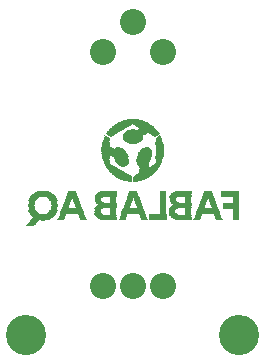
<source format=gbr>
G04 EAGLE Gerber X2 export*
%TF.Part,Single*%
%TF.FileFunction,Soldermask,Bot,1*%
%TF.FilePolarity,Negative*%
%TF.GenerationSoftware,Autodesk,EAGLE,9.0.1*%
%TF.CreationDate,2018-10-12T14:53:16Z*%
G75*
%MOMM*%
%FSLAX34Y34*%
%LPD*%
%AMOC8*
5,1,8,0,0,1.08239X$1,22.5*%
G01*
%ADD10C,3.403200*%
%ADD11R,0.592000X0.016000*%
%ADD12R,0.640000X0.016000*%
%ADD13R,0.656000X0.016000*%
%ADD14R,0.672000X0.016000*%
%ADD15R,0.688000X0.016000*%
%ADD16R,0.416000X0.016000*%
%ADD17R,0.480000X0.016000*%
%ADD18R,1.088000X0.016000*%
%ADD19R,1.472000X0.016000*%
%ADD20R,1.072000X0.016000*%
%ADD21R,0.576000X0.016000*%
%ADD22R,1.328000X0.016000*%
%ADD23R,0.528000X0.016000*%
%ADD24R,1.216000X0.016000*%
%ADD25R,1.376000X0.016000*%
%ADD26R,0.544000X0.016000*%
%ADD27R,1.296000X0.016000*%
%ADD28R,1.408000X0.016000*%
%ADD29R,0.560000X0.016000*%
%ADD30R,1.360000X0.016000*%
%ADD31R,1.440000X0.016000*%
%ADD32R,1.456000X0.016000*%
%ADD33R,1.488000X0.016000*%
%ADD34R,1.504000X0.016000*%
%ADD35R,1.520000X0.016000*%
%ADD36R,1.536000X0.016000*%
%ADD37R,1.568000X0.016000*%
%ADD38R,1.552000X0.016000*%
%ADD39R,1.600000X0.016000*%
%ADD40R,1.616000X0.016000*%
%ADD41R,1.632000X0.016000*%
%ADD42R,1.664000X0.016000*%
%ADD43R,1.584000X0.016000*%
%ADD44R,1.680000X0.016000*%
%ADD45R,1.648000X0.016000*%
%ADD46R,1.696000X0.016000*%
%ADD47R,1.712000X0.016000*%
%ADD48R,1.728000X0.016000*%
%ADD49R,1.744000X0.016000*%
%ADD50R,1.776000X0.016000*%
%ADD51R,1.808000X0.016000*%
%ADD52R,1.760000X0.016000*%
%ADD53R,1.840000X0.016000*%
%ADD54R,1.872000X0.016000*%
%ADD55R,1.792000X0.016000*%
%ADD56R,1.904000X0.016000*%
%ADD57R,1.936000X0.016000*%
%ADD58R,1.968000X0.016000*%
%ADD59R,2.000000X0.016000*%
%ADD60R,1.824000X0.016000*%
%ADD61R,2.032000X0.016000*%
%ADD62R,0.752000X0.016000*%
%ADD63R,0.896000X0.016000*%
%ADD64R,0.704000X0.016000*%
%ADD65R,0.832000X0.016000*%
%ADD66R,0.784000X0.016000*%
%ADD67R,0.768000X0.016000*%
%ADD68R,0.624000X0.016000*%
%ADD69R,0.736000X0.016000*%
%ADD70R,0.608000X0.016000*%
%ADD71R,0.720000X0.016000*%
%ADD72R,2.016000X0.016000*%
%ADD73R,1.984000X0.016000*%
%ADD74R,1.952000X0.016000*%
%ADD75R,1.920000X0.016000*%
%ADD76R,1.888000X0.016000*%
%ADD77R,1.856000X0.016000*%
%ADD78R,0.512000X0.016000*%
%ADD79R,0.496000X0.016000*%
%ADD80R,0.992000X0.016000*%
%ADD81R,0.960000X0.016000*%
%ADD82R,0.816000X0.016000*%
%ADD83R,0.944000X0.016000*%
%ADD84R,0.864000X0.016000*%
%ADD85R,0.880000X0.016000*%
%ADD86R,0.928000X0.016000*%
%ADD87R,0.800000X0.016000*%
%ADD88R,1.424000X0.016000*%
%ADD89R,1.248000X0.016000*%
%ADD90R,1.184000X0.016000*%
%ADD91R,1.104000X0.016000*%
%ADD92R,1.040000X0.016000*%
%ADD93R,0.848000X0.016000*%
%ADD94R,0.464000X0.016000*%
%ADD95R,0.016000X0.016000*%
%ADD96R,0.208000X0.016000*%
%ADD97R,0.224000X0.016000*%
%ADD98R,0.336000X0.016000*%
%ADD99R,0.432000X0.016000*%
%ADD100R,0.912000X0.016000*%
%ADD101R,0.976000X0.016000*%
%ADD102R,1.008000X0.016000*%
%ADD103R,1.024000X0.016000*%
%ADD104R,1.056000X0.016000*%
%ADD105R,1.120000X0.016000*%
%ADD106R,1.136000X0.016000*%
%ADD107R,1.152000X0.016000*%
%ADD108R,1.168000X0.016000*%
%ADD109R,1.200000X0.016000*%
%ADD110R,1.232000X0.016000*%
%ADD111R,1.264000X0.016000*%
%ADD112R,1.280000X0.016000*%
%ADD113R,1.312000X0.016000*%
%ADD114R,1.344000X0.016000*%
%ADD115R,1.392000X0.016000*%
%ADD116R,0.096000X0.016000*%
%ADD117R,0.272000X0.016000*%
%ADD118R,0.368000X0.016000*%
%ADD119R,0.448000X0.016000*%
%ADD120R,2.176000X0.016000*%
%ADD121R,2.160000X0.016000*%
%ADD122R,2.144000X0.016000*%
%ADD123R,2.128000X0.016000*%
%ADD124R,2.112000X0.016000*%
%ADD125R,2.096000X0.016000*%
%ADD126R,2.080000X0.016000*%
%ADD127R,2.064000X0.016000*%
%ADD128R,2.048000X0.016000*%
%ADD129R,0.400000X0.016000*%
%ADD130R,0.320000X0.016000*%
%ADD131R,0.304000X0.016000*%
%ADD132R,0.192000X0.016000*%
%ADD133R,0.352000X0.016000*%
%ADD134R,0.384000X0.016000*%
%ADD135R,0.256000X0.016000*%
%ADD136R,0.288000X0.016000*%
%ADD137R,0.240000X0.016000*%
%ADD138R,0.176000X0.016000*%
%ADD139R,0.160000X0.016000*%
%ADD140R,0.112000X0.016000*%
%ADD141R,0.064000X0.016000*%
%ADD142R,0.048000X0.016000*%
%ADD143R,0.144000X0.016000*%
%ADD144R,0.080000X0.016000*%
%ADD145R,0.032000X0.016000*%
%ADD146R,2.816000X0.016000*%
%ADD147R,2.784000X0.016000*%
%ADD148R,2.752000X0.016000*%
%ADD149R,2.704000X0.016000*%
%ADD150R,2.688000X0.016000*%
%ADD151R,2.640000X0.016000*%
%ADD152R,2.608000X0.016000*%
%ADD153R,2.560000X0.016000*%
%ADD154R,2.512000X0.016000*%
%ADD155R,2.464000X0.016000*%
%ADD156R,2.400000X0.016000*%
%ADD157R,2.336000X0.016000*%
%ADD158R,2.272000X0.016000*%
%ADD159R,2.592000X0.016000*%
%ADD160R,2.528000X0.016000*%
%ADD161R,2.480000X0.016000*%
%ADD162R,2.416000X0.016000*%
%ADD163R,2.352000X0.016000*%
%ADD164R,2.288000X0.016000*%
%ADD165R,2.208000X0.016000*%
%ADD166C,2.203200*%


D10*
X90000Y-130000D03*
X-90000Y-130000D03*
D11*
X-87040Y-37280D03*
D12*
X-86640Y-37120D03*
D13*
X-86400Y-36960D03*
D14*
X-86160Y-36800D03*
X-86000Y-36640D03*
D15*
X-85760Y-36480D03*
X-85600Y-36320D03*
D14*
X-85520Y-36160D03*
X-85360Y-36000D03*
X-85200Y-35840D03*
X-85040Y-35680D03*
X-84880Y-35520D03*
D15*
X-84800Y-35360D03*
X-84640Y-35200D03*
X-84480Y-35040D03*
X-84320Y-34880D03*
D14*
X-84240Y-34720D03*
X-84080Y-34560D03*
X-83920Y-34400D03*
X-83760Y-34240D03*
X-83600Y-34080D03*
X-83440Y-33920D03*
X-83280Y-33760D03*
D15*
X-83200Y-33600D03*
X-83040Y-33440D03*
D14*
X-82960Y-33280D03*
X-82800Y-33120D03*
X-82640Y-32960D03*
D16*
X-75920Y-32960D03*
D14*
X-82480Y-32800D03*
D11*
X-76000Y-32800D03*
D17*
X-61200Y-32800D03*
X-41360Y-32800D03*
D18*
X-19120Y-32800D03*
D17*
X-9360Y-32800D03*
X10480Y-32800D03*
D19*
X21040Y-32800D03*
D20*
X44160Y-32800D03*
D17*
X53840Y-32800D03*
X73680Y-32800D03*
D21*
X87280Y-32800D03*
D22*
X-79040Y-32640D03*
D23*
X-60960Y-32640D03*
X-41600Y-32640D03*
D24*
X-19760Y-32640D03*
D23*
X-9120Y-32640D03*
X10240Y-32640D03*
D19*
X21040Y-32640D03*
D24*
X43440Y-32640D03*
D23*
X54080Y-32640D03*
X73440Y-32640D03*
D21*
X87280Y-32640D03*
D25*
X-78640Y-32480D03*
D26*
X-60720Y-32480D03*
X-41840Y-32480D03*
D27*
X-20160Y-32480D03*
D26*
X-8880Y-32480D03*
X10000Y-32480D03*
D19*
X21040Y-32480D03*
D27*
X43040Y-32480D03*
D26*
X54320Y-32480D03*
X73200Y-32480D03*
D21*
X87280Y-32480D03*
D28*
X-78320Y-32320D03*
D29*
X-60640Y-32320D03*
X-41920Y-32320D03*
D30*
X-20480Y-32320D03*
D29*
X-8800Y-32320D03*
X9920Y-32320D03*
D19*
X21040Y-32320D03*
D30*
X42720Y-32320D03*
D29*
X54400Y-32320D03*
X73120Y-32320D03*
D21*
X87280Y-32320D03*
D31*
X-78000Y-32160D03*
D29*
X-60480Y-32160D03*
D21*
X-42000Y-32160D03*
D28*
X-20720Y-32160D03*
D29*
X-8640Y-32160D03*
D21*
X9840Y-32160D03*
D19*
X21040Y-32160D03*
D28*
X42480Y-32160D03*
D29*
X54560Y-32160D03*
D21*
X73040Y-32160D03*
X87280Y-32160D03*
D32*
X-77760Y-32000D03*
D21*
X-60400Y-32000D03*
X-42160Y-32000D03*
D31*
X-20880Y-32000D03*
D21*
X-8560Y-32000D03*
X9680Y-32000D03*
D19*
X21040Y-32000D03*
D31*
X42320Y-32000D03*
D21*
X54640Y-32000D03*
X72880Y-32000D03*
X87280Y-32000D03*
D19*
X-77520Y-31840D03*
D21*
X-60400Y-31840D03*
X-42160Y-31840D03*
D33*
X-21120Y-31840D03*
D21*
X-8560Y-31840D03*
X9680Y-31840D03*
D19*
X21040Y-31840D03*
X42160Y-31840D03*
D11*
X54720Y-31840D03*
D21*
X72880Y-31840D03*
X87280Y-31840D03*
D34*
X-77360Y-31680D03*
D21*
X-60240Y-31680D03*
X-42320Y-31680D03*
D35*
X-21280Y-31680D03*
D21*
X-8400Y-31680D03*
X9520Y-31680D03*
D19*
X21040Y-31680D03*
D34*
X42000Y-31680D03*
D21*
X54800Y-31680D03*
X72720Y-31680D03*
X87280Y-31680D03*
D35*
X-77120Y-31520D03*
D21*
X-60240Y-31520D03*
X-42320Y-31520D03*
D36*
X-21360Y-31520D03*
D21*
X-8400Y-31520D03*
X9520Y-31520D03*
D19*
X21040Y-31520D03*
D36*
X41840Y-31520D03*
D21*
X54800Y-31520D03*
X72720Y-31520D03*
X87280Y-31520D03*
D36*
X-76880Y-31360D03*
D11*
X-60160Y-31360D03*
D21*
X-42320Y-31360D03*
D37*
X-21520Y-31360D03*
D11*
X-8320Y-31360D03*
D21*
X9520Y-31360D03*
D19*
X21040Y-31360D03*
D37*
X41680Y-31360D03*
D11*
X54880Y-31360D03*
D21*
X72720Y-31360D03*
X87280Y-31360D03*
D38*
X-76640Y-31200D03*
D21*
X-60080Y-31200D03*
X-42480Y-31200D03*
D39*
X-21680Y-31200D03*
D21*
X-8240Y-31200D03*
X9360Y-31200D03*
D19*
X21040Y-31200D03*
D39*
X41520Y-31200D03*
D21*
X54960Y-31200D03*
X72560Y-31200D03*
X87280Y-31200D03*
D38*
X-76480Y-31040D03*
D21*
X-60080Y-31040D03*
X-42480Y-31040D03*
D40*
X-21760Y-31040D03*
D21*
X-8240Y-31040D03*
X9360Y-31040D03*
D19*
X21040Y-31040D03*
D40*
X41440Y-31040D03*
D21*
X54960Y-31040D03*
X72560Y-31040D03*
X87280Y-31040D03*
D37*
X-76240Y-30880D03*
D21*
X-59920Y-30880D03*
X-42480Y-30880D03*
D41*
X-21840Y-30880D03*
D21*
X-8080Y-30880D03*
X9200Y-30880D03*
D19*
X21040Y-30880D03*
D41*
X41360Y-30880D03*
D21*
X55120Y-30880D03*
X72560Y-30880D03*
X87280Y-30880D03*
D37*
X-76080Y-30720D03*
D21*
X-59920Y-30720D03*
X-42640Y-30720D03*
D42*
X-22000Y-30720D03*
D21*
X-8080Y-30720D03*
X9200Y-30720D03*
D19*
X21040Y-30720D03*
D42*
X41200Y-30720D03*
D21*
X55120Y-30720D03*
X72400Y-30720D03*
X87280Y-30720D03*
D43*
X-76000Y-30560D03*
D21*
X-59920Y-30560D03*
X-42640Y-30560D03*
D44*
X-22080Y-30560D03*
D21*
X-8080Y-30560D03*
X9200Y-30560D03*
D19*
X21040Y-30560D03*
D44*
X41120Y-30560D03*
D21*
X55120Y-30560D03*
X72400Y-30560D03*
X87280Y-30560D03*
D45*
X-76000Y-30400D03*
D21*
X-59760Y-30400D03*
D29*
X-42720Y-30400D03*
D46*
X-22160Y-30400D03*
D21*
X-7920Y-30400D03*
D29*
X9120Y-30400D03*
D19*
X21040Y-30400D03*
D46*
X41040Y-30400D03*
D21*
X55280Y-30400D03*
D29*
X72320Y-30400D03*
D21*
X87280Y-30400D03*
D44*
X-76000Y-30240D03*
D21*
X-59760Y-30240D03*
X-42800Y-30240D03*
D47*
X-22240Y-30240D03*
D21*
X-7920Y-30240D03*
X9040Y-30240D03*
D19*
X21040Y-30240D03*
D47*
X40960Y-30240D03*
D21*
X55280Y-30240D03*
X72240Y-30240D03*
X87280Y-30240D03*
D47*
X-76000Y-30080D03*
D29*
X-59680Y-30080D03*
D21*
X-42800Y-30080D03*
D48*
X-22320Y-30080D03*
D29*
X-7840Y-30080D03*
D21*
X9040Y-30080D03*
D19*
X21040Y-30080D03*
D48*
X40880Y-30080D03*
D29*
X55360Y-30080D03*
D21*
X72240Y-30080D03*
X87280Y-30080D03*
D49*
X-76000Y-29920D03*
D21*
X-59600Y-29920D03*
X-42960Y-29920D03*
D49*
X-22400Y-29920D03*
D21*
X-7760Y-29920D03*
D29*
X8960Y-29920D03*
D19*
X21040Y-29920D03*
D49*
X40800Y-29920D03*
D21*
X55440Y-29920D03*
D29*
X72160Y-29920D03*
D21*
X87280Y-29920D03*
D50*
X-76000Y-29760D03*
D21*
X-59600Y-29760D03*
X-42960Y-29760D03*
D49*
X-22400Y-29760D03*
D21*
X-7760Y-29760D03*
X8880Y-29760D03*
D19*
X21040Y-29760D03*
D49*
X40800Y-29760D03*
D21*
X55440Y-29760D03*
X72080Y-29760D03*
X87280Y-29760D03*
D51*
X-76000Y-29600D03*
D29*
X-59520Y-29600D03*
X-43040Y-29600D03*
D52*
X-22480Y-29600D03*
D29*
X-7680Y-29600D03*
X8800Y-29600D03*
D19*
X21040Y-29600D03*
D52*
X40720Y-29600D03*
D29*
X55520Y-29600D03*
X72000Y-29600D03*
D21*
X87280Y-29600D03*
D53*
X-76000Y-29440D03*
D21*
X-59440Y-29440D03*
X-43120Y-29440D03*
D50*
X-22560Y-29440D03*
D21*
X-7600Y-29440D03*
X8720Y-29440D03*
D19*
X21040Y-29440D03*
D50*
X40640Y-29440D03*
D21*
X55600Y-29440D03*
D29*
X72000Y-29440D03*
D21*
X87280Y-29440D03*
D54*
X-76000Y-29280D03*
D21*
X-59440Y-29280D03*
X-43120Y-29280D03*
D55*
X-22640Y-29280D03*
D29*
X-7520Y-29280D03*
D21*
X8720Y-29280D03*
D19*
X21040Y-29280D03*
D55*
X40560Y-29280D03*
D29*
X55680Y-29280D03*
D21*
X71920Y-29280D03*
X87280Y-29280D03*
D56*
X-76000Y-29120D03*
D29*
X-59360Y-29120D03*
X-43200Y-29120D03*
D55*
X-22640Y-29120D03*
D29*
X-7520Y-29120D03*
X8640Y-29120D03*
D19*
X21040Y-29120D03*
D55*
X40560Y-29120D03*
D29*
X55680Y-29120D03*
X71840Y-29120D03*
D21*
X87280Y-29120D03*
D57*
X-76000Y-28960D03*
D21*
X-59280Y-28960D03*
X-43280Y-28960D03*
D51*
X-22720Y-28960D03*
D21*
X-7440Y-28960D03*
X8560Y-28960D03*
D19*
X21040Y-28960D03*
D51*
X40480Y-28960D03*
D21*
X55760Y-28960D03*
D29*
X71840Y-28960D03*
D21*
X87280Y-28960D03*
D58*
X-76000Y-28800D03*
D29*
X-59200Y-28800D03*
X-43360Y-28800D03*
D51*
X-22720Y-28800D03*
D29*
X-7360Y-28800D03*
X8480Y-28800D03*
D19*
X21040Y-28800D03*
D51*
X40480Y-28800D03*
D29*
X55840Y-28800D03*
X71680Y-28800D03*
D21*
X87280Y-28800D03*
D59*
X-76000Y-28640D03*
D29*
X-59200Y-28640D03*
X-43360Y-28640D03*
D60*
X-22800Y-28640D03*
D29*
X-7360Y-28640D03*
X8480Y-28640D03*
D19*
X21040Y-28640D03*
D60*
X40400Y-28640D03*
D29*
X55840Y-28640D03*
X71680Y-28640D03*
D21*
X87280Y-28640D03*
D61*
X-76000Y-28480D03*
D21*
X-59120Y-28480D03*
X-43440Y-28480D03*
D62*
X-28160Y-28480D03*
D21*
X-16560Y-28480D03*
X-7280Y-28480D03*
X8400Y-28480D03*
D19*
X21040Y-28480D03*
D62*
X35040Y-28480D03*
D21*
X46640Y-28480D03*
X55920Y-28480D03*
X71600Y-28480D03*
X87280Y-28480D03*
D63*
X-81680Y-28320D03*
X-70320Y-28320D03*
D29*
X-59040Y-28320D03*
X-43520Y-28320D03*
D64*
X-28560Y-28320D03*
D21*
X-16560Y-28320D03*
D29*
X-7200Y-28320D03*
X8320Y-28320D03*
D19*
X21040Y-28320D03*
D64*
X34640Y-28320D03*
D21*
X46640Y-28320D03*
D29*
X56000Y-28320D03*
X71520Y-28320D03*
D21*
X87280Y-28320D03*
D65*
X-82160Y-28160D03*
X-69840Y-28160D03*
D29*
X-59040Y-28160D03*
X-43520Y-28160D03*
D13*
X-28800Y-28160D03*
D21*
X-16560Y-28160D03*
D29*
X-7200Y-28160D03*
X8320Y-28160D03*
D21*
X25520Y-28160D03*
D13*
X34400Y-28160D03*
D21*
X46640Y-28160D03*
D29*
X56000Y-28160D03*
X71520Y-28160D03*
D21*
X87280Y-28160D03*
D66*
X-82560Y-28000D03*
X-69440Y-28000D03*
D29*
X-58880Y-28000D03*
X-43680Y-28000D03*
D12*
X-29040Y-28000D03*
D21*
X-16560Y-28000D03*
D29*
X-7040Y-28000D03*
D21*
X8240Y-28000D03*
X25520Y-28000D03*
D12*
X34160Y-28000D03*
D21*
X46640Y-28000D03*
D29*
X56160Y-28000D03*
D21*
X71440Y-28000D03*
X87280Y-28000D03*
D62*
X-82720Y-27840D03*
D67*
X-69200Y-27840D03*
D29*
X-58880Y-27840D03*
X-43680Y-27840D03*
D68*
X-29120Y-27840D03*
D21*
X-16560Y-27840D03*
D29*
X-7040Y-27840D03*
X8160Y-27840D03*
D21*
X25520Y-27840D03*
D68*
X34080Y-27840D03*
D21*
X46640Y-27840D03*
D29*
X56160Y-27840D03*
X71360Y-27840D03*
D21*
X87280Y-27840D03*
D69*
X-82960Y-27680D03*
X-69040Y-27680D03*
D29*
X-58880Y-27680D03*
X-43680Y-27680D03*
D70*
X-29200Y-27680D03*
D21*
X-16560Y-27680D03*
D29*
X-7040Y-27680D03*
X8160Y-27680D03*
D21*
X25520Y-27680D03*
D70*
X34000Y-27680D03*
D21*
X46640Y-27680D03*
D29*
X56160Y-27680D03*
X71360Y-27680D03*
D21*
X87280Y-27680D03*
D71*
X-83200Y-27520D03*
X-68800Y-27520D03*
D29*
X-58720Y-27520D03*
X-43840Y-27520D03*
D70*
X-29360Y-27520D03*
D21*
X-16560Y-27520D03*
D29*
X-6880Y-27520D03*
X8000Y-27520D03*
D21*
X25520Y-27520D03*
D70*
X33840Y-27520D03*
D21*
X46640Y-27520D03*
D29*
X56320Y-27520D03*
X71200Y-27520D03*
D21*
X87280Y-27520D03*
D15*
X-83360Y-27360D03*
X-68640Y-27360D03*
D29*
X-58720Y-27360D03*
X-43840Y-27360D03*
D11*
X-29440Y-27360D03*
D21*
X-16560Y-27360D03*
D29*
X-6880Y-27360D03*
X8000Y-27360D03*
D21*
X25520Y-27360D03*
D11*
X33760Y-27360D03*
D21*
X46640Y-27360D03*
D29*
X56320Y-27360D03*
X71200Y-27360D03*
D21*
X87280Y-27360D03*
D15*
X-83520Y-27200D03*
X-68480Y-27200D03*
D61*
X-51200Y-27200D03*
D21*
X-29520Y-27200D03*
X-16560Y-27200D03*
D61*
X640Y-27200D03*
D21*
X25520Y-27200D03*
X33680Y-27200D03*
X46640Y-27200D03*
D61*
X63840Y-27200D03*
D21*
X87280Y-27200D03*
D14*
X-83760Y-27040D03*
X-68240Y-27040D03*
D72*
X-51280Y-27040D03*
D11*
X-29600Y-27040D03*
D21*
X-16560Y-27040D03*
D72*
X560Y-27040D03*
D21*
X25520Y-27040D03*
X33680Y-27040D03*
X46640Y-27040D03*
D72*
X63760Y-27040D03*
D21*
X87280Y-27040D03*
D13*
X-83840Y-26880D03*
X-68160Y-26880D03*
D72*
X-51280Y-26880D03*
D21*
X-29680Y-26880D03*
X-16560Y-26880D03*
D72*
X560Y-26880D03*
D21*
X25520Y-26880D03*
X33520Y-26880D03*
X46640Y-26880D03*
D72*
X63760Y-26880D03*
D21*
X87280Y-26880D03*
D13*
X-84000Y-26720D03*
X-68000Y-26720D03*
D73*
X-51280Y-26720D03*
D21*
X-29680Y-26720D03*
X-16560Y-26720D03*
D73*
X560Y-26720D03*
D21*
X25520Y-26720D03*
X33520Y-26720D03*
X46640Y-26720D03*
D73*
X63760Y-26720D03*
D21*
X87280Y-26720D03*
D12*
X-84080Y-26560D03*
X-67920Y-26560D03*
D73*
X-51280Y-26560D03*
D29*
X-29760Y-26560D03*
D21*
X-16560Y-26560D03*
D73*
X560Y-26560D03*
D21*
X25520Y-26560D03*
D29*
X33440Y-26560D03*
D21*
X46640Y-26560D03*
D73*
X63760Y-26560D03*
D21*
X87280Y-26560D03*
D12*
X-84240Y-26400D03*
X-67760Y-26400D03*
D58*
X-51200Y-26400D03*
D29*
X-29760Y-26400D03*
D21*
X-16560Y-26400D03*
D73*
X560Y-26400D03*
D21*
X25520Y-26400D03*
D29*
X33440Y-26400D03*
D21*
X46640Y-26400D03*
D58*
X63840Y-26400D03*
D21*
X87280Y-26400D03*
D68*
X-84320Y-26240D03*
X-67680Y-26240D03*
D74*
X-51280Y-26240D03*
D29*
X-29760Y-26240D03*
D21*
X-16560Y-26240D03*
D74*
X560Y-26240D03*
D21*
X25520Y-26240D03*
D29*
X33440Y-26240D03*
D21*
X46640Y-26240D03*
D74*
X63760Y-26240D03*
D21*
X87280Y-26240D03*
D12*
X-84400Y-26080D03*
D68*
X-67520Y-26080D03*
D74*
X-51280Y-26080D03*
D29*
X-29760Y-26080D03*
D21*
X-16560Y-26080D03*
D74*
X560Y-26080D03*
D21*
X25520Y-26080D03*
D29*
X33440Y-26080D03*
D21*
X46640Y-26080D03*
D74*
X63760Y-26080D03*
D21*
X87280Y-26080D03*
D68*
X-84480Y-25920D03*
X-67520Y-25920D03*
D75*
X-51280Y-25920D03*
D29*
X-29760Y-25920D03*
D21*
X-16560Y-25920D03*
D57*
X640Y-25920D03*
D21*
X25520Y-25920D03*
D29*
X33440Y-25920D03*
D21*
X46640Y-25920D03*
D57*
X63840Y-25920D03*
D21*
X87280Y-25920D03*
D70*
X-84560Y-25760D03*
D68*
X-67360Y-25760D03*
D75*
X-51280Y-25760D03*
D29*
X-29760Y-25760D03*
D21*
X-16560Y-25760D03*
D75*
X560Y-25760D03*
D21*
X25520Y-25760D03*
D29*
X33440Y-25760D03*
D21*
X46640Y-25760D03*
D75*
X63760Y-25760D03*
D21*
X87280Y-25760D03*
D70*
X-84720Y-25600D03*
X-67280Y-25600D03*
D75*
X-51280Y-25600D03*
D21*
X-29840Y-25600D03*
X-16560Y-25600D03*
D75*
X560Y-25600D03*
D21*
X25520Y-25600D03*
D29*
X33440Y-25600D03*
D21*
X46640Y-25600D03*
D75*
X63760Y-25600D03*
D21*
X87280Y-25600D03*
D70*
X-84720Y-25440D03*
X-67280Y-25440D03*
D76*
X-51280Y-25440D03*
D29*
X-29920Y-25440D03*
D21*
X-16560Y-25440D03*
D76*
X560Y-25440D03*
D21*
X25520Y-25440D03*
D26*
X33360Y-25440D03*
D21*
X46640Y-25440D03*
D76*
X63760Y-25440D03*
D21*
X87280Y-25440D03*
D70*
X-84880Y-25280D03*
X-67120Y-25280D03*
D76*
X-51280Y-25280D03*
D29*
X-29920Y-25280D03*
D21*
X-16560Y-25280D03*
D76*
X560Y-25280D03*
D21*
X25520Y-25280D03*
D26*
X33360Y-25280D03*
D21*
X46640Y-25280D03*
D76*
X63760Y-25280D03*
D21*
X87280Y-25280D03*
D70*
X-84880Y-25120D03*
X-67120Y-25120D03*
D54*
X-51200Y-25120D03*
D29*
X-29760Y-25120D03*
D21*
X-16560Y-25120D03*
D54*
X640Y-25120D03*
D21*
X25520Y-25120D03*
D29*
X33440Y-25120D03*
D21*
X46640Y-25120D03*
D54*
X63840Y-25120D03*
D21*
X87280Y-25120D03*
D11*
X-84960Y-24960D03*
X-67040Y-24960D03*
D77*
X-51280Y-24960D03*
D29*
X-29760Y-24960D03*
D21*
X-16560Y-24960D03*
D77*
X560Y-24960D03*
D21*
X25520Y-24960D03*
D29*
X33440Y-24960D03*
D21*
X46640Y-24960D03*
D77*
X63760Y-24960D03*
D21*
X87280Y-24960D03*
D70*
X-85040Y-24800D03*
X-66960Y-24800D03*
D77*
X-51280Y-24800D03*
D29*
X-29760Y-24800D03*
D21*
X-16560Y-24800D03*
D77*
X560Y-24800D03*
D21*
X25520Y-24800D03*
D29*
X33440Y-24800D03*
D21*
X46640Y-24800D03*
D77*
X63760Y-24800D03*
D21*
X87280Y-24800D03*
D11*
X-85120Y-24640D03*
X-66880Y-24640D03*
D60*
X-51280Y-24640D03*
D29*
X-29760Y-24640D03*
D21*
X-16560Y-24640D03*
D60*
X560Y-24640D03*
D21*
X25520Y-24640D03*
D29*
X33440Y-24640D03*
D21*
X46640Y-24640D03*
D60*
X63760Y-24640D03*
D21*
X87280Y-24640D03*
D11*
X-85120Y-24480D03*
X-66880Y-24480D03*
D60*
X-51280Y-24480D03*
D29*
X-29760Y-24480D03*
D21*
X-16560Y-24480D03*
D60*
X560Y-24480D03*
D21*
X25520Y-24480D03*
D29*
X33440Y-24480D03*
D21*
X46640Y-24480D03*
D60*
X63760Y-24480D03*
D21*
X87280Y-24480D03*
D11*
X-85280Y-24320D03*
X-66720Y-24320D03*
D51*
X-51200Y-24320D03*
D29*
X-29760Y-24320D03*
D21*
X-16560Y-24320D03*
D60*
X560Y-24320D03*
D21*
X25520Y-24320D03*
D29*
X33440Y-24320D03*
D21*
X46640Y-24320D03*
D51*
X63840Y-24320D03*
D21*
X87280Y-24320D03*
D11*
X-85280Y-24160D03*
X-66720Y-24160D03*
D55*
X-51280Y-24160D03*
D21*
X-29680Y-24160D03*
X-16560Y-24160D03*
D55*
X560Y-24160D03*
D21*
X25520Y-24160D03*
X33520Y-24160D03*
X46640Y-24160D03*
D55*
X63760Y-24160D03*
D21*
X87280Y-24160D03*
D11*
X-85280Y-24000D03*
X-66720Y-24000D03*
D55*
X-51280Y-24000D03*
D29*
X-29600Y-24000D03*
D21*
X-16560Y-24000D03*
D55*
X560Y-24000D03*
D21*
X25520Y-24000D03*
D29*
X33600Y-24000D03*
D21*
X46640Y-24000D03*
D55*
X63760Y-24000D03*
D21*
X87280Y-24000D03*
X-85360Y-23840D03*
D11*
X-66560Y-23840D03*
D52*
X-51280Y-23840D03*
D29*
X-29600Y-23840D03*
D21*
X-16560Y-23840D03*
D52*
X560Y-23840D03*
D21*
X25520Y-23840D03*
D29*
X33600Y-23840D03*
D21*
X46640Y-23840D03*
D52*
X63760Y-23840D03*
D21*
X87280Y-23840D03*
D11*
X-85440Y-23680D03*
X-66560Y-23680D03*
D52*
X-51280Y-23680D03*
D21*
X-29520Y-23680D03*
X-16560Y-23680D03*
D52*
X560Y-23680D03*
D21*
X25520Y-23680D03*
X33680Y-23680D03*
X46640Y-23680D03*
D52*
X63760Y-23680D03*
D21*
X87280Y-23680D03*
D11*
X-85440Y-23520D03*
X-66560Y-23520D03*
D52*
X-51280Y-23520D03*
D11*
X-29440Y-23520D03*
D21*
X-16560Y-23520D03*
D52*
X560Y-23520D03*
D21*
X25520Y-23520D03*
X33840Y-23520D03*
X46640Y-23520D03*
D49*
X63840Y-23520D03*
D21*
X87280Y-23520D03*
D11*
X-85440Y-23360D03*
D21*
X-66480Y-23360D03*
D26*
X-57200Y-23360D03*
D23*
X-45280Y-23360D03*
D11*
X-29280Y-23360D03*
D21*
X-16560Y-23360D03*
D23*
X-5440Y-23360D03*
X6560Y-23360D03*
D21*
X25520Y-23360D03*
D11*
X33920Y-23360D03*
D21*
X46640Y-23360D03*
D26*
X57840Y-23360D03*
D23*
X69760Y-23360D03*
D21*
X87280Y-23360D03*
X-85520Y-23200D03*
X-66480Y-23200D03*
D26*
X-57200Y-23200D03*
X-45360Y-23200D03*
D70*
X-29200Y-23200D03*
D21*
X-16560Y-23200D03*
D26*
X-5360Y-23200D03*
X6480Y-23200D03*
D21*
X25520Y-23200D03*
D70*
X34000Y-23200D03*
D21*
X46640Y-23200D03*
D26*
X57840Y-23200D03*
X69680Y-23200D03*
D28*
X83120Y-23200D03*
D21*
X-85520Y-23040D03*
D11*
X-66400Y-23040D03*
D23*
X-57120Y-23040D03*
D26*
X-45360Y-23040D03*
D70*
X-29040Y-23040D03*
D21*
X-16560Y-23040D03*
D23*
X-5280Y-23040D03*
D26*
X6480Y-23040D03*
D21*
X25520Y-23040D03*
D70*
X34160Y-23040D03*
D21*
X46640Y-23040D03*
D23*
X57920Y-23040D03*
D26*
X69680Y-23040D03*
D28*
X83120Y-23040D03*
D11*
X-85600Y-22880D03*
X-66400Y-22880D03*
D26*
X-57040Y-22880D03*
D23*
X-45440Y-22880D03*
D12*
X-28880Y-22880D03*
D21*
X-16560Y-22880D03*
D26*
X-5200Y-22880D03*
D23*
X6400Y-22880D03*
D21*
X25520Y-22880D03*
D12*
X34320Y-22880D03*
D21*
X46640Y-22880D03*
D26*
X58000Y-22880D03*
D23*
X69600Y-22880D03*
D28*
X83120Y-22880D03*
D11*
X-85600Y-22720D03*
D21*
X-66320Y-22720D03*
D26*
X-57040Y-22720D03*
X-45520Y-22720D03*
D13*
X-28640Y-22720D03*
D21*
X-16560Y-22720D03*
D26*
X-5200Y-22720D03*
X6320Y-22720D03*
D21*
X25520Y-22720D03*
D14*
X34640Y-22720D03*
D21*
X46640Y-22720D03*
D26*
X58000Y-22720D03*
X69520Y-22720D03*
D28*
X83120Y-22720D03*
D11*
X-85600Y-22560D03*
D21*
X-66320Y-22560D03*
D23*
X-56960Y-22560D03*
X-45600Y-22560D03*
D71*
X-28160Y-22560D03*
D21*
X-16560Y-22560D03*
D23*
X-5120Y-22560D03*
X6240Y-22560D03*
D21*
X25520Y-22560D03*
D71*
X35040Y-22560D03*
D21*
X46640Y-22560D03*
D23*
X58080Y-22560D03*
X69440Y-22560D03*
D28*
X83120Y-22560D03*
D21*
X-85680Y-22400D03*
X-66320Y-22400D03*
D26*
X-56880Y-22400D03*
D23*
X-45600Y-22400D03*
D51*
X-22720Y-22400D03*
D26*
X-5040Y-22400D03*
D23*
X6240Y-22400D03*
D21*
X25520Y-22400D03*
D51*
X40480Y-22400D03*
D26*
X58160Y-22400D03*
D23*
X69440Y-22400D03*
D28*
X83120Y-22400D03*
D21*
X-85680Y-22240D03*
X-66320Y-22240D03*
D23*
X-56800Y-22240D03*
D26*
X-45680Y-22240D03*
D55*
X-22640Y-22240D03*
D23*
X-4960Y-22240D03*
D26*
X6160Y-22240D03*
D21*
X25520Y-22240D03*
D55*
X40560Y-22240D03*
D23*
X58240Y-22240D03*
D26*
X69360Y-22240D03*
D28*
X83120Y-22240D03*
D21*
X-85680Y-22080D03*
X-66320Y-22080D03*
D23*
X-56800Y-22080D03*
X-45760Y-22080D03*
D50*
X-22560Y-22080D03*
D23*
X-4960Y-22080D03*
X6080Y-22080D03*
D21*
X25520Y-22080D03*
D50*
X40640Y-22080D03*
D23*
X58240Y-22080D03*
X69280Y-22080D03*
D28*
X83120Y-22080D03*
D21*
X-85680Y-21920D03*
X-66320Y-21920D03*
D26*
X-56720Y-21920D03*
D23*
X-45760Y-21920D03*
D52*
X-22480Y-21920D03*
D26*
X-4880Y-21920D03*
D23*
X6080Y-21920D03*
D21*
X25520Y-21920D03*
D52*
X40720Y-21920D03*
D26*
X58320Y-21920D03*
D23*
X69280Y-21920D03*
D28*
X83120Y-21920D03*
D21*
X-85680Y-21760D03*
D11*
X-66240Y-21760D03*
D23*
X-56640Y-21760D03*
X-45920Y-21760D03*
D49*
X-22400Y-21760D03*
D23*
X-4800Y-21760D03*
X5920Y-21760D03*
D21*
X25520Y-21760D03*
D49*
X40800Y-21760D03*
D23*
X58400Y-21760D03*
X69120Y-21760D03*
D28*
X83120Y-21760D03*
D21*
X-85680Y-21600D03*
D11*
X-66240Y-21600D03*
D23*
X-56640Y-21600D03*
X-45920Y-21600D03*
D48*
X-22320Y-21600D03*
D23*
X-4800Y-21600D03*
X5920Y-21600D03*
D21*
X25520Y-21600D03*
D48*
X40880Y-21600D03*
D23*
X58400Y-21600D03*
X69120Y-21600D03*
D28*
X83120Y-21600D03*
D11*
X-85760Y-21440D03*
X-66240Y-21440D03*
D26*
X-56560Y-21440D03*
D23*
X-45920Y-21440D03*
D47*
X-22240Y-21440D03*
D26*
X-4720Y-21440D03*
D23*
X5920Y-21440D03*
D21*
X25520Y-21440D03*
D47*
X40960Y-21440D03*
D23*
X58560Y-21440D03*
X69120Y-21440D03*
D28*
X83120Y-21440D03*
D11*
X-85760Y-21280D03*
X-66240Y-21280D03*
D23*
X-56480Y-21280D03*
X-46080Y-21280D03*
D44*
X-22080Y-21280D03*
D23*
X-4640Y-21280D03*
X5760Y-21280D03*
D21*
X25520Y-21280D03*
D44*
X41120Y-21280D03*
D23*
X58560Y-21280D03*
X68960Y-21280D03*
D28*
X83120Y-21280D03*
D11*
X-85760Y-21120D03*
D21*
X-66160Y-21120D03*
D23*
X-56480Y-21120D03*
X-46080Y-21120D03*
D42*
X-22000Y-21120D03*
D23*
X-4640Y-21120D03*
X5760Y-21120D03*
D21*
X25520Y-21120D03*
D42*
X41200Y-21120D03*
D23*
X58560Y-21120D03*
X68960Y-21120D03*
D28*
X83120Y-21120D03*
D11*
X-85760Y-20960D03*
D21*
X-66160Y-20960D03*
D23*
X-56320Y-20960D03*
X-46080Y-20960D03*
D41*
X-21840Y-20960D03*
D23*
X-4480Y-20960D03*
D78*
X5680Y-20960D03*
D21*
X25520Y-20960D03*
D41*
X41360Y-20960D03*
D23*
X58720Y-20960D03*
X68960Y-20960D03*
D28*
X83120Y-20960D03*
D11*
X-85760Y-20800D03*
D21*
X-66160Y-20800D03*
D23*
X-56320Y-20800D03*
X-46240Y-20800D03*
D39*
X-21680Y-20800D03*
D23*
X-4480Y-20800D03*
X5600Y-20800D03*
D21*
X25520Y-20800D03*
D39*
X41520Y-20800D03*
D23*
X58720Y-20800D03*
X68800Y-20800D03*
D28*
X83120Y-20800D03*
D11*
X-85760Y-20640D03*
D21*
X-66160Y-20640D03*
D23*
X-56320Y-20640D03*
X-46240Y-20640D03*
D37*
X-21520Y-20640D03*
D23*
X-4480Y-20640D03*
X5600Y-20640D03*
D21*
X25520Y-20640D03*
D37*
X41680Y-20640D03*
D23*
X58720Y-20640D03*
X68800Y-20640D03*
D28*
X83120Y-20640D03*
D11*
X-85760Y-20480D03*
D21*
X-66160Y-20480D03*
D23*
X-56160Y-20480D03*
D78*
X-46320Y-20480D03*
D35*
X-21280Y-20480D03*
D23*
X-4320Y-20480D03*
D78*
X5520Y-20480D03*
D21*
X25520Y-20480D03*
D35*
X41920Y-20480D03*
D23*
X58880Y-20480D03*
D78*
X68720Y-20480D03*
D28*
X83120Y-20480D03*
D11*
X-85760Y-20320D03*
D21*
X-66160Y-20320D03*
D23*
X-56160Y-20320D03*
X-46400Y-20320D03*
D19*
X-21040Y-20320D03*
D23*
X-4320Y-20320D03*
X5440Y-20320D03*
D21*
X25520Y-20320D03*
D19*
X42160Y-20320D03*
D23*
X58880Y-20320D03*
X68640Y-20320D03*
D28*
X83120Y-20320D03*
D11*
X-85760Y-20160D03*
D21*
X-66160Y-20160D03*
D78*
X-56080Y-20160D03*
D23*
X-46400Y-20160D03*
D31*
X-20880Y-20160D03*
D78*
X-4240Y-20160D03*
D23*
X5440Y-20160D03*
D21*
X25520Y-20160D03*
D31*
X42320Y-20160D03*
D78*
X58960Y-20160D03*
D23*
X68640Y-20160D03*
D28*
X83120Y-20160D03*
D11*
X-85760Y-20000D03*
X-66240Y-20000D03*
D23*
X-56000Y-20000D03*
X-46560Y-20000D03*
D19*
X-21040Y-20000D03*
D23*
X-4160Y-20000D03*
D78*
X5360Y-20000D03*
D21*
X25520Y-20000D03*
D19*
X42160Y-20000D03*
D23*
X59040Y-20000D03*
D78*
X68560Y-20000D03*
D28*
X83120Y-20000D03*
D11*
X-85760Y-19840D03*
X-66240Y-19840D03*
D23*
X-56000Y-19840D03*
X-46560Y-19840D03*
D34*
X-21200Y-19840D03*
D23*
X-4160Y-19840D03*
X5280Y-19840D03*
D21*
X25520Y-19840D03*
D34*
X42000Y-19840D03*
D23*
X59040Y-19840D03*
X68480Y-19840D03*
D28*
X83120Y-19840D03*
D21*
X-85680Y-19680D03*
D11*
X-66240Y-19680D03*
D78*
X-55920Y-19680D03*
X-46640Y-19680D03*
D36*
X-21360Y-19680D03*
D78*
X-4080Y-19680D03*
X5200Y-19680D03*
D21*
X25520Y-19680D03*
D36*
X41840Y-19680D03*
D78*
X59120Y-19680D03*
X68400Y-19680D03*
D28*
X83120Y-19680D03*
D21*
X-85680Y-19520D03*
D11*
X-66240Y-19520D03*
D23*
X-55840Y-19520D03*
X-46720Y-19520D03*
D37*
X-21520Y-19520D03*
D23*
X-4000Y-19520D03*
D78*
X5200Y-19520D03*
D21*
X25520Y-19520D03*
D37*
X41680Y-19520D03*
D23*
X59200Y-19520D03*
D78*
X68400Y-19520D03*
D28*
X83120Y-19520D03*
D21*
X-85680Y-19360D03*
X-66320Y-19360D03*
D23*
X-55840Y-19360D03*
X-46720Y-19360D03*
D39*
X-21680Y-19360D03*
D78*
X-3920Y-19360D03*
D23*
X5120Y-19360D03*
D21*
X25520Y-19360D03*
D39*
X41520Y-19360D03*
D78*
X59280Y-19360D03*
D23*
X68320Y-19360D03*
D28*
X83120Y-19360D03*
D21*
X-85680Y-19200D03*
X-66320Y-19200D03*
D78*
X-55760Y-19200D03*
X-46800Y-19200D03*
D40*
X-21760Y-19200D03*
D78*
X-3920Y-19200D03*
X5040Y-19200D03*
D21*
X25520Y-19200D03*
D40*
X41440Y-19200D03*
D78*
X59280Y-19200D03*
X68240Y-19200D03*
D28*
X83120Y-19200D03*
D21*
X-85680Y-19040D03*
X-66320Y-19040D03*
D23*
X-55680Y-19040D03*
D78*
X-46800Y-19040D03*
D45*
X-21920Y-19040D03*
D23*
X-3840Y-19040D03*
X4960Y-19040D03*
D21*
X25520Y-19040D03*
D45*
X41280Y-19040D03*
D23*
X59360Y-19040D03*
D78*
X68240Y-19040D03*
D28*
X83120Y-19040D03*
D21*
X-85680Y-18880D03*
X-66320Y-18880D03*
D78*
X-55600Y-18880D03*
X-46960Y-18880D03*
D42*
X-22000Y-18880D03*
D78*
X-3760Y-18880D03*
X4880Y-18880D03*
D21*
X25520Y-18880D03*
D42*
X41200Y-18880D03*
D78*
X59440Y-18880D03*
D23*
X68160Y-18880D03*
D21*
X87280Y-18880D03*
X-85680Y-18720D03*
X-66320Y-18720D03*
D78*
X-55600Y-18720D03*
X-46960Y-18720D03*
D44*
X-22080Y-18720D03*
D78*
X-3760Y-18720D03*
X4880Y-18720D03*
D21*
X25520Y-18720D03*
D44*
X41120Y-18720D03*
D78*
X59440Y-18720D03*
X68080Y-18720D03*
D21*
X87280Y-18720D03*
D11*
X-85600Y-18560D03*
D21*
X-66320Y-18560D03*
D23*
X-55520Y-18560D03*
X-47040Y-18560D03*
D13*
X-27360Y-18560D03*
D21*
X-16560Y-18560D03*
D23*
X-3680Y-18560D03*
X4800Y-18560D03*
D21*
X25520Y-18560D03*
D13*
X35840Y-18560D03*
D21*
X46640Y-18560D03*
D23*
X59520Y-18560D03*
X68000Y-18560D03*
D21*
X87280Y-18560D03*
D11*
X-85600Y-18400D03*
X-66400Y-18400D03*
D78*
X-55440Y-18400D03*
X-47120Y-18400D03*
D70*
X-27760Y-18400D03*
D21*
X-16560Y-18400D03*
D78*
X-3600Y-18400D03*
X4720Y-18400D03*
D21*
X25520Y-18400D03*
D70*
X35440Y-18400D03*
D21*
X46640Y-18400D03*
D78*
X59600Y-18400D03*
X67920Y-18400D03*
D21*
X87280Y-18400D03*
X-85520Y-18240D03*
D11*
X-66400Y-18240D03*
D78*
X-55440Y-18240D03*
X-47120Y-18240D03*
D11*
X-28000Y-18240D03*
D21*
X-16560Y-18240D03*
D78*
X-3600Y-18240D03*
X4720Y-18240D03*
D21*
X25520Y-18240D03*
D11*
X35200Y-18240D03*
D21*
X46640Y-18240D03*
D78*
X59600Y-18240D03*
X67920Y-18240D03*
D21*
X87280Y-18240D03*
X-85520Y-18080D03*
X-66480Y-18080D03*
D78*
X-55280Y-18080D03*
D23*
X-47200Y-18080D03*
D21*
X-28240Y-18080D03*
X-16560Y-18080D03*
D78*
X-3440Y-18080D03*
X4560Y-18080D03*
D21*
X25520Y-18080D03*
X34960Y-18080D03*
X46640Y-18080D03*
D78*
X59760Y-18080D03*
D23*
X67840Y-18080D03*
D21*
X87280Y-18080D03*
D11*
X-85440Y-17920D03*
D21*
X-66480Y-17920D03*
D78*
X-55280Y-17920D03*
X-47280Y-17920D03*
D29*
X-28320Y-17920D03*
D21*
X-16560Y-17920D03*
D78*
X-3440Y-17920D03*
X4560Y-17920D03*
D21*
X25520Y-17920D03*
D29*
X34880Y-17920D03*
D21*
X46640Y-17920D03*
D78*
X59760Y-17920D03*
X67760Y-17920D03*
D21*
X87280Y-17920D03*
D11*
X-85440Y-17760D03*
X-66560Y-17760D03*
D78*
X-55280Y-17760D03*
X-47280Y-17760D03*
D29*
X-28480Y-17760D03*
D21*
X-16560Y-17760D03*
D78*
X-3440Y-17760D03*
X4560Y-17760D03*
D21*
X25520Y-17760D03*
D29*
X34720Y-17760D03*
D21*
X46640Y-17760D03*
D78*
X59760Y-17760D03*
X67760Y-17760D03*
D21*
X87280Y-17760D03*
D11*
X-85440Y-17600D03*
X-66560Y-17600D03*
D78*
X-55120Y-17600D03*
X-47440Y-17600D03*
D29*
X-28640Y-17600D03*
D21*
X-16560Y-17600D03*
D78*
X-3280Y-17600D03*
X4400Y-17600D03*
D21*
X25520Y-17600D03*
D29*
X34560Y-17600D03*
D21*
X46640Y-17600D03*
D78*
X59920Y-17600D03*
X67600Y-17600D03*
D21*
X87280Y-17600D03*
X-85360Y-17440D03*
D11*
X-66560Y-17440D03*
D78*
X-55120Y-17440D03*
X-47440Y-17440D03*
D26*
X-28720Y-17440D03*
D21*
X-16560Y-17440D03*
D78*
X-3280Y-17440D03*
X4400Y-17440D03*
D21*
X25520Y-17440D03*
D26*
X34480Y-17440D03*
D21*
X46640Y-17440D03*
D78*
X59920Y-17440D03*
X67600Y-17440D03*
D21*
X87280Y-17440D03*
D11*
X-85280Y-17280D03*
X-66720Y-17280D03*
D79*
X-55040Y-17280D03*
D78*
X-47440Y-17280D03*
D29*
X-28800Y-17280D03*
D21*
X-16560Y-17280D03*
D79*
X-3200Y-17280D03*
D78*
X4400Y-17280D03*
D21*
X25520Y-17280D03*
D29*
X34400Y-17280D03*
D21*
X46640Y-17280D03*
D79*
X60000Y-17280D03*
D78*
X67600Y-17280D03*
D21*
X87280Y-17280D03*
D11*
X-85280Y-17120D03*
X-66720Y-17120D03*
D78*
X-54960Y-17120D03*
X-47600Y-17120D03*
D26*
X-28880Y-17120D03*
D21*
X-16560Y-17120D03*
D78*
X-3120Y-17120D03*
X4240Y-17120D03*
D21*
X25520Y-17120D03*
D26*
X34320Y-17120D03*
D21*
X46640Y-17120D03*
D78*
X60080Y-17120D03*
D79*
X67520Y-17120D03*
D21*
X87280Y-17120D03*
D11*
X-85280Y-16960D03*
X-66720Y-16960D03*
D78*
X-54960Y-16960D03*
X-47600Y-16960D03*
D29*
X-28960Y-16960D03*
D21*
X-16560Y-16960D03*
D78*
X-3120Y-16960D03*
X4240Y-16960D03*
D21*
X25520Y-16960D03*
D29*
X34240Y-16960D03*
D21*
X46640Y-16960D03*
D78*
X60080Y-16960D03*
X67440Y-16960D03*
D21*
X87280Y-16960D03*
D11*
X-85120Y-16800D03*
X-66880Y-16800D03*
D79*
X-54880Y-16800D03*
X-47680Y-16800D03*
D26*
X-29040Y-16800D03*
D21*
X-16560Y-16800D03*
D79*
X-3040Y-16800D03*
X4160Y-16800D03*
D21*
X25520Y-16800D03*
D26*
X34160Y-16800D03*
D21*
X46640Y-16800D03*
D79*
X60160Y-16800D03*
D78*
X67440Y-16800D03*
D21*
X87280Y-16800D03*
D11*
X-85120Y-16640D03*
X-66880Y-16640D03*
D78*
X-54800Y-16640D03*
X-47760Y-16640D03*
D26*
X-29040Y-16640D03*
D21*
X-16560Y-16640D03*
D78*
X-2960Y-16640D03*
X4080Y-16640D03*
D21*
X25520Y-16640D03*
D26*
X34160Y-16640D03*
D21*
X46640Y-16640D03*
D78*
X60240Y-16640D03*
X67280Y-16640D03*
D21*
X87280Y-16640D03*
D70*
X-85040Y-16480D03*
X-66960Y-16480D03*
D78*
X-54800Y-16480D03*
X-47760Y-16480D03*
D29*
X-29120Y-16480D03*
D21*
X-16560Y-16480D03*
D78*
X-2960Y-16480D03*
X4080Y-16480D03*
D21*
X25520Y-16480D03*
D29*
X34080Y-16480D03*
D21*
X46640Y-16480D03*
D78*
X60240Y-16480D03*
X67280Y-16480D03*
D21*
X87280Y-16480D03*
D11*
X-84960Y-16320D03*
D70*
X-66960Y-16320D03*
D79*
X-54720Y-16320D03*
X-47840Y-16320D03*
D29*
X-29120Y-16320D03*
D21*
X-16560Y-16320D03*
D79*
X-2880Y-16320D03*
X4000Y-16320D03*
D21*
X25520Y-16320D03*
D29*
X34080Y-16320D03*
D21*
X46640Y-16320D03*
D79*
X60320Y-16320D03*
X67200Y-16320D03*
D21*
X87280Y-16320D03*
D70*
X-84880Y-16160D03*
D11*
X-67040Y-16160D03*
D78*
X-54640Y-16160D03*
X-47920Y-16160D03*
D29*
X-29120Y-16160D03*
D21*
X-16560Y-16160D03*
D78*
X-2800Y-16160D03*
X3920Y-16160D03*
D21*
X25520Y-16160D03*
D29*
X34080Y-16160D03*
D21*
X46640Y-16160D03*
D78*
X60400Y-16160D03*
X67120Y-16160D03*
D21*
X87280Y-16160D03*
D70*
X-84880Y-16000D03*
X-67120Y-16000D03*
D79*
X-54560Y-16000D03*
D78*
X-47920Y-16000D03*
D29*
X-29120Y-16000D03*
D21*
X-16560Y-16000D03*
D79*
X-2720Y-16000D03*
X3840Y-16000D03*
D21*
X25520Y-16000D03*
D29*
X34080Y-16000D03*
D21*
X46640Y-16000D03*
D79*
X60480Y-16000D03*
D78*
X67120Y-16000D03*
D21*
X87280Y-16000D03*
D70*
X-84720Y-15840D03*
X-67280Y-15840D03*
D79*
X-54560Y-15840D03*
X-48000Y-15840D03*
D29*
X-29280Y-15840D03*
D21*
X-16560Y-15840D03*
D79*
X-2720Y-15840D03*
X3840Y-15840D03*
D21*
X25520Y-15840D03*
X34000Y-15840D03*
X46640Y-15840D03*
D79*
X60480Y-15840D03*
X67040Y-15840D03*
D21*
X87280Y-15840D03*
D70*
X-84720Y-15680D03*
X-67280Y-15680D03*
D78*
X-54480Y-15680D03*
X-48080Y-15680D03*
D29*
X-29280Y-15680D03*
D21*
X-16560Y-15680D03*
D78*
X-2640Y-15680D03*
X3760Y-15680D03*
D21*
X25520Y-15680D03*
X34000Y-15680D03*
X46640Y-15680D03*
D78*
X60560Y-15680D03*
X66960Y-15680D03*
D21*
X87280Y-15680D03*
D70*
X-84560Y-15520D03*
D68*
X-67360Y-15520D03*
D79*
X-54400Y-15520D03*
X-48160Y-15520D03*
D29*
X-29280Y-15520D03*
D21*
X-16560Y-15520D03*
D79*
X-2560Y-15520D03*
X3680Y-15520D03*
D21*
X25520Y-15520D03*
X34000Y-15520D03*
X46640Y-15520D03*
D79*
X60640Y-15520D03*
X66880Y-15520D03*
D21*
X87280Y-15520D03*
D68*
X-84480Y-15360D03*
X-67520Y-15360D03*
D79*
X-54400Y-15360D03*
X-48160Y-15360D03*
D21*
X-29200Y-15360D03*
X-16560Y-15360D03*
D79*
X-2560Y-15360D03*
X3680Y-15360D03*
D21*
X25520Y-15360D03*
X34000Y-15360D03*
X46640Y-15360D03*
D79*
X60640Y-15360D03*
X66880Y-15360D03*
D21*
X87280Y-15360D03*
D68*
X-84480Y-15200D03*
X-67520Y-15200D03*
D79*
X-54240Y-15200D03*
D78*
X-48240Y-15200D03*
D21*
X-29200Y-15200D03*
X-16560Y-15200D03*
D79*
X-2400Y-15200D03*
D78*
X3600Y-15200D03*
D21*
X25520Y-15200D03*
X34000Y-15200D03*
X46640Y-15200D03*
D79*
X60800Y-15200D03*
D78*
X66800Y-15200D03*
D21*
X87280Y-15200D03*
D68*
X-84320Y-15040D03*
X-67680Y-15040D03*
D79*
X-54240Y-15040D03*
X-48320Y-15040D03*
D21*
X-29200Y-15040D03*
X-16560Y-15040D03*
D79*
X-2400Y-15040D03*
X3520Y-15040D03*
D21*
X25520Y-15040D03*
X34000Y-15040D03*
X46640Y-15040D03*
D79*
X60800Y-15040D03*
X66720Y-15040D03*
D21*
X87280Y-15040D03*
D12*
X-84240Y-14880D03*
X-67760Y-14880D03*
D79*
X-54240Y-14880D03*
X-48320Y-14880D03*
D21*
X-29200Y-14880D03*
X-16560Y-14880D03*
D79*
X-2400Y-14880D03*
X3520Y-14880D03*
D21*
X25520Y-14880D03*
X34000Y-14880D03*
X46640Y-14880D03*
D79*
X60800Y-14880D03*
X66720Y-14880D03*
D21*
X87280Y-14880D03*
D12*
X-84080Y-14720D03*
X-67920Y-14720D03*
D79*
X-54080Y-14720D03*
X-48480Y-14720D03*
D21*
X-29200Y-14720D03*
X-16560Y-14720D03*
D79*
X-2240Y-14720D03*
X3360Y-14720D03*
D21*
X25520Y-14720D03*
X34000Y-14720D03*
X46640Y-14720D03*
D79*
X60960Y-14720D03*
X66560Y-14720D03*
D21*
X87280Y-14720D03*
D13*
X-84000Y-14560D03*
X-68000Y-14560D03*
D79*
X-54080Y-14560D03*
X-48480Y-14560D03*
D21*
X-29200Y-14560D03*
X-16560Y-14560D03*
D79*
X-2240Y-14560D03*
X3360Y-14560D03*
D21*
X25520Y-14560D03*
X34000Y-14560D03*
X46640Y-14560D03*
D79*
X60960Y-14560D03*
X66560Y-14560D03*
D21*
X87280Y-14560D03*
D13*
X-83840Y-14400D03*
X-68160Y-14400D03*
D79*
X-54080Y-14400D03*
X-48480Y-14400D03*
D21*
X-29200Y-14400D03*
X-16560Y-14400D03*
D17*
X-2160Y-14400D03*
D79*
X3360Y-14400D03*
D21*
X25520Y-14400D03*
X34000Y-14400D03*
X46640Y-14400D03*
D17*
X61040Y-14400D03*
D79*
X66560Y-14400D03*
D21*
X87280Y-14400D03*
D14*
X-83760Y-14240D03*
X-68240Y-14240D03*
D79*
X-53920Y-14240D03*
X-48640Y-14240D03*
D11*
X-29120Y-14240D03*
D21*
X-16560Y-14240D03*
D79*
X-2080Y-14240D03*
X3200Y-14240D03*
D21*
X25520Y-14240D03*
D11*
X34080Y-14240D03*
D21*
X46640Y-14240D03*
D79*
X61120Y-14240D03*
X66400Y-14240D03*
D21*
X87280Y-14240D03*
D15*
X-83520Y-14080D03*
D14*
X-68400Y-14080D03*
D79*
X-53920Y-14080D03*
X-48640Y-14080D03*
D11*
X-29120Y-14080D03*
D21*
X-16560Y-14080D03*
D79*
X-2080Y-14080D03*
X3200Y-14080D03*
D21*
X25520Y-14080D03*
D11*
X34080Y-14080D03*
D21*
X46640Y-14080D03*
D79*
X61120Y-14080D03*
X66400Y-14080D03*
D21*
X87280Y-14080D03*
D15*
X-83360Y-13920D03*
D64*
X-68560Y-13920D03*
D17*
X-53840Y-13920D03*
X-48720Y-13920D03*
D11*
X-28960Y-13920D03*
D21*
X-16560Y-13920D03*
D17*
X-2000Y-13920D03*
X3120Y-13920D03*
D21*
X25520Y-13920D03*
D11*
X34240Y-13920D03*
D21*
X46640Y-13920D03*
D17*
X61200Y-13920D03*
X66320Y-13920D03*
D21*
X87280Y-13920D03*
D71*
X-83200Y-13760D03*
D64*
X-68720Y-13760D03*
D79*
X-53760Y-13760D03*
D17*
X-48720Y-13760D03*
D11*
X-28960Y-13760D03*
D21*
X-16560Y-13760D03*
D17*
X-2000Y-13760D03*
X3120Y-13760D03*
D21*
X25520Y-13760D03*
D11*
X34240Y-13760D03*
D21*
X46640Y-13760D03*
D79*
X61280Y-13760D03*
D17*
X66320Y-13760D03*
D21*
X87280Y-13760D03*
D71*
X-83040Y-13600D03*
X-68960Y-13600D03*
D80*
X-51280Y-13600D03*
D70*
X-28880Y-13600D03*
D21*
X-16560Y-13600D03*
D80*
X560Y-13600D03*
D21*
X25520Y-13600D03*
D70*
X34320Y-13600D03*
D21*
X46640Y-13600D03*
D80*
X63760Y-13600D03*
D21*
X87280Y-13600D03*
D62*
X-82880Y-13440D03*
X-69120Y-13440D03*
D81*
X-51280Y-13440D03*
D68*
X-28800Y-13440D03*
D21*
X-16560Y-13440D03*
D81*
X560Y-13440D03*
D21*
X25520Y-13440D03*
D68*
X34400Y-13440D03*
D21*
X46640Y-13440D03*
D81*
X63760Y-13440D03*
D21*
X87280Y-13440D03*
D66*
X-82560Y-13280D03*
X-69440Y-13280D03*
D81*
X-51280Y-13280D03*
D12*
X-28720Y-13280D03*
D21*
X-16560Y-13280D03*
D81*
X560Y-13280D03*
D21*
X25520Y-13280D03*
D12*
X34480Y-13280D03*
D21*
X46640Y-13280D03*
D81*
X63760Y-13280D03*
D21*
X87280Y-13280D03*
D82*
X-82240Y-13120D03*
X-69760Y-13120D03*
D83*
X-51200Y-13120D03*
D14*
X-28560Y-13120D03*
D21*
X-16560Y-13120D03*
D83*
X640Y-13120D03*
D21*
X25520Y-13120D03*
D13*
X34720Y-13120D03*
D21*
X46640Y-13120D03*
D83*
X63840Y-13120D03*
D21*
X87280Y-13120D03*
D84*
X-81840Y-12960D03*
D85*
X-70080Y-12960D03*
D86*
X-51280Y-12960D03*
D15*
X-28320Y-12960D03*
D21*
X-16560Y-12960D03*
D86*
X560Y-12960D03*
D21*
X25520Y-12960D03*
D15*
X34880Y-12960D03*
D21*
X46640Y-12960D03*
D86*
X63760Y-12960D03*
D21*
X87280Y-12960D03*
D61*
X-76000Y-12800D03*
D86*
X-51280Y-12800D03*
D62*
X-28000Y-12800D03*
D21*
X-16560Y-12800D03*
D86*
X560Y-12800D03*
D21*
X25520Y-12800D03*
D62*
X35200Y-12800D03*
D21*
X46640Y-12800D03*
D86*
X63760Y-12800D03*
D21*
X87280Y-12800D03*
D59*
X-76000Y-12640D03*
D63*
X-51280Y-12640D03*
D51*
X-22720Y-12640D03*
D63*
X560Y-12640D03*
D21*
X25520Y-12640D03*
D51*
X40480Y-12640D03*
D63*
X63760Y-12640D03*
D37*
X82320Y-12640D03*
D58*
X-76000Y-12480D03*
D63*
X-51280Y-12480D03*
D55*
X-22640Y-12480D03*
D63*
X560Y-12480D03*
D21*
X25520Y-12480D03*
D55*
X40560Y-12480D03*
D63*
X63760Y-12480D03*
D37*
X82320Y-12480D03*
D57*
X-76000Y-12320D03*
D85*
X-51200Y-12320D03*
D55*
X-22640Y-12320D03*
D85*
X640Y-12320D03*
D21*
X25520Y-12320D03*
D55*
X40560Y-12320D03*
D85*
X63840Y-12320D03*
D37*
X82320Y-12320D03*
D56*
X-76000Y-12160D03*
D84*
X-51280Y-12160D03*
D50*
X-22560Y-12160D03*
D84*
X560Y-12160D03*
D21*
X25520Y-12160D03*
D50*
X40640Y-12160D03*
D84*
X63760Y-12160D03*
D37*
X82320Y-12160D03*
D76*
X-75920Y-12000D03*
D84*
X-51280Y-12000D03*
D50*
X-22560Y-12000D03*
D84*
X560Y-12000D03*
D21*
X25520Y-12000D03*
D50*
X40640Y-12000D03*
D84*
X63760Y-12000D03*
D37*
X82320Y-12000D03*
D77*
X-75920Y-11840D03*
D65*
X-51280Y-11840D03*
D52*
X-22480Y-11840D03*
D65*
X560Y-11840D03*
D21*
X25520Y-11840D03*
D52*
X40720Y-11840D03*
D65*
X63760Y-11840D03*
D37*
X82320Y-11840D03*
D60*
X-75920Y-11680D03*
D65*
X-51280Y-11680D03*
D52*
X-22480Y-11680D03*
D65*
X560Y-11680D03*
D21*
X25520Y-11680D03*
D52*
X40720Y-11680D03*
D65*
X63760Y-11680D03*
D37*
X82320Y-11680D03*
D55*
X-75920Y-11520D03*
D65*
X-51280Y-11520D03*
D49*
X-22400Y-11520D03*
D65*
X560Y-11520D03*
D21*
X25520Y-11520D03*
D49*
X40800Y-11520D03*
D65*
X63760Y-11520D03*
D37*
X82320Y-11520D03*
D49*
X-76000Y-11360D03*
D87*
X-51280Y-11360D03*
D49*
X-22400Y-11360D03*
D87*
X560Y-11360D03*
D21*
X25520Y-11360D03*
D48*
X40880Y-11360D03*
D87*
X63760Y-11360D03*
D37*
X82320Y-11360D03*
D47*
X-76000Y-11200D03*
D87*
X-51280Y-11200D03*
D48*
X-22320Y-11200D03*
D87*
X560Y-11200D03*
D21*
X25520Y-11200D03*
D48*
X40880Y-11200D03*
D87*
X63760Y-11200D03*
D37*
X82320Y-11200D03*
D44*
X-76000Y-11040D03*
D67*
X-51280Y-11040D03*
D47*
X-22240Y-11040D03*
D66*
X640Y-11040D03*
D21*
X25520Y-11040D03*
D47*
X40960Y-11040D03*
D66*
X63840Y-11040D03*
D37*
X82320Y-11040D03*
D45*
X-76000Y-10880D03*
D67*
X-51280Y-10880D03*
D46*
X-22160Y-10880D03*
D67*
X560Y-10880D03*
D21*
X25520Y-10880D03*
D46*
X41040Y-10880D03*
D67*
X63760Y-10880D03*
D37*
X82320Y-10880D03*
D39*
X-75920Y-10720D03*
D67*
X-51280Y-10720D03*
D44*
X-22080Y-10720D03*
D67*
X560Y-10720D03*
D21*
X25520Y-10720D03*
D44*
X41120Y-10720D03*
D67*
X63760Y-10720D03*
D37*
X82320Y-10720D03*
D38*
X-76000Y-10560D03*
D69*
X-51280Y-10560D03*
D42*
X-22000Y-10560D03*
D69*
X560Y-10560D03*
D21*
X25520Y-10560D03*
D42*
X41200Y-10560D03*
D69*
X63760Y-10560D03*
D37*
X82320Y-10560D03*
D35*
X-76000Y-10400D03*
D69*
X-51280Y-10400D03*
D45*
X-21920Y-10400D03*
D69*
X560Y-10400D03*
D21*
X25520Y-10400D03*
D45*
X41280Y-10400D03*
D69*
X63760Y-10400D03*
D37*
X82320Y-10400D03*
D32*
X-76000Y-10240D03*
D71*
X-51200Y-10240D03*
D41*
X-21840Y-10240D03*
D71*
X640Y-10240D03*
D21*
X25520Y-10240D03*
D41*
X41360Y-10240D03*
D71*
X63840Y-10240D03*
D37*
X82320Y-10240D03*
D88*
X-76000Y-10080D03*
D64*
X-51280Y-10080D03*
D39*
X-21680Y-10080D03*
D64*
X560Y-10080D03*
D21*
X25520Y-10080D03*
D39*
X41520Y-10080D03*
D64*
X63760Y-10080D03*
D37*
X82320Y-10080D03*
D30*
X-76000Y-9920D03*
D64*
X-51280Y-9920D03*
D43*
X-21600Y-9920D03*
D64*
X560Y-9920D03*
D21*
X25520Y-9920D03*
D43*
X41600Y-9920D03*
D64*
X63760Y-9920D03*
D37*
X82320Y-9920D03*
D27*
X-76000Y-9760D03*
D14*
X-51280Y-9760D03*
D38*
X-21440Y-9760D03*
D14*
X560Y-9760D03*
D21*
X25520Y-9760D03*
D38*
X41760Y-9760D03*
D14*
X63760Y-9760D03*
D37*
X82320Y-9760D03*
D89*
X-75920Y-9600D03*
D14*
X-51280Y-9600D03*
D35*
X-21280Y-9600D03*
D14*
X560Y-9600D03*
D21*
X25520Y-9600D03*
D35*
X41920Y-9600D03*
D14*
X63760Y-9600D03*
D37*
X82320Y-9600D03*
D90*
X-75920Y-9440D03*
D13*
X-51200Y-9440D03*
D33*
X-21120Y-9440D03*
D14*
X560Y-9440D03*
D21*
X25520Y-9440D03*
D33*
X42080Y-9440D03*
D13*
X63840Y-9440D03*
D37*
X82320Y-9440D03*
D91*
X-76000Y-9280D03*
D12*
X-51280Y-9280D03*
D32*
X-20960Y-9280D03*
D12*
X560Y-9280D03*
D21*
X25520Y-9280D03*
D32*
X42240Y-9280D03*
D12*
X63760Y-9280D03*
D37*
X82320Y-9280D03*
D92*
X-76000Y-9120D03*
D12*
X-51280Y-9120D03*
D28*
X-20720Y-9120D03*
D12*
X560Y-9120D03*
D21*
X25520Y-9120D03*
D28*
X42480Y-9120D03*
D12*
X63760Y-9120D03*
D37*
X82320Y-9120D03*
D83*
X-76000Y-8960D03*
D70*
X-51280Y-8960D03*
D30*
X-20480Y-8960D03*
D70*
X560Y-8960D03*
D21*
X25520Y-8960D03*
D30*
X42720Y-8960D03*
D70*
X63760Y-8960D03*
D37*
X82320Y-8960D03*
D93*
X-76000Y-8800D03*
D70*
X-51280Y-8800D03*
D27*
X-20160Y-8800D03*
D70*
X560Y-8800D03*
D21*
X25520Y-8800D03*
D27*
X43040Y-8800D03*
D70*
X63760Y-8800D03*
D37*
X82320Y-8800D03*
D62*
X-76000Y-8640D03*
D70*
X-51280Y-8640D03*
D24*
X-19760Y-8640D03*
D70*
X560Y-8640D03*
D21*
X25520Y-8640D03*
D24*
X43440Y-8640D03*
D11*
X63840Y-8640D03*
D37*
X82320Y-8640D03*
D68*
X-76000Y-8480D03*
D21*
X-51280Y-8480D03*
D20*
X-19040Y-8480D03*
D21*
X560Y-8480D03*
X25520Y-8480D03*
D20*
X44160Y-8480D03*
D21*
X63760Y-8480D03*
D37*
X82320Y-8480D03*
D94*
X-76000Y-8320D03*
D95*
X960Y-320D03*
D96*
X-1920Y-160D03*
D97*
X2000Y-160D03*
D98*
X-2560Y0D03*
X2560Y0D03*
D16*
X-2960Y160D03*
D99*
X3040Y160D03*
D79*
X-3360Y320D03*
D78*
X3440Y320D03*
D29*
X-3680Y480D03*
D21*
X3760Y480D03*
D68*
X-4000Y640D03*
X4000Y640D03*
D14*
X-4240Y800D03*
D15*
X4320Y800D03*
D69*
X-4560Y960D03*
X4560Y960D03*
D67*
X-4720Y1120D03*
D66*
X4800Y1120D03*
D82*
X-4960Y1280D03*
D65*
X5040Y1280D03*
D84*
X-5200Y1440D03*
X5200Y1440D03*
D63*
X-5360Y1600D03*
D100*
X5440Y1600D03*
D83*
X-5600Y1760D03*
X5600Y1760D03*
D101*
X-5760Y1920D03*
D80*
X5840Y1920D03*
D102*
X-5920Y2080D03*
D103*
X6000Y2080D03*
D92*
X-6080Y2240D03*
D104*
X6160Y2240D03*
D20*
X-6240Y2400D03*
D18*
X6320Y2400D03*
D91*
X-6400Y2560D03*
D105*
X6480Y2560D03*
D106*
X-6560Y2720D03*
D107*
X6640Y2720D03*
D108*
X-6720Y2880D03*
D90*
X6800Y2880D03*
D109*
X-6880Y3040D03*
X6880Y3040D03*
D110*
X-7040Y3200D03*
X7040Y3200D03*
D89*
X-7120Y3360D03*
D111*
X7200Y3360D03*
D112*
X-7280Y3520D03*
D27*
X7360Y3520D03*
D113*
X-7440Y3680D03*
X7440Y3680D03*
D22*
X-7520Y3840D03*
D114*
X7600Y3840D03*
D30*
X-7680Y4000D03*
X7680Y4000D03*
X-7840Y4160D03*
D25*
X7920Y4160D03*
D30*
X-8160Y4320D03*
X8160Y4320D03*
D114*
X-8400Y4480D03*
D30*
X8480Y4480D03*
D114*
X-8720Y4640D03*
D30*
X8640Y4640D03*
D114*
X-8880Y4800D03*
X8880Y4800D03*
D22*
X-9120Y4960D03*
D114*
X9200Y4960D03*
D22*
X-9440Y5120D03*
X9440Y5120D03*
D113*
X-9680Y5280D03*
D22*
X9600Y5280D03*
D113*
X-9840Y5440D03*
D22*
X9920Y5440D03*
D27*
X-10080Y5600D03*
D113*
X10160Y5600D03*
D27*
X-10400Y5760D03*
X10400Y5760D03*
D112*
X-10640Y5920D03*
D27*
X10560Y5920D03*
D112*
X-10800Y6080D03*
X10800Y6080D03*
D111*
X-11040Y6240D03*
D112*
X11120Y6240D03*
D89*
X-11280Y6400D03*
D111*
X11360Y6400D03*
D110*
X-11520Y6560D03*
D111*
X11520Y6560D03*
D110*
X-11680Y6720D03*
D89*
X11760Y6720D03*
D24*
X-11920Y6880D03*
D110*
X12000Y6880D03*
D24*
X-12240Y7040D03*
D89*
X12080Y7040D03*
D109*
X-12480Y7200D03*
D111*
X12160Y7200D03*
D109*
X-12640Y7360D03*
D112*
X12240Y7360D03*
D90*
X-12880Y7520D03*
D27*
X12320Y7520D03*
D108*
X-13120Y7680D03*
D113*
X12400Y7680D03*
D106*
X-13280Y7840D03*
D22*
X12480Y7840D03*
D106*
X-13440Y8000D03*
D114*
X12560Y8000D03*
D105*
X-13680Y8160D03*
D30*
X12640Y8160D03*
D91*
X-13920Y8320D03*
D25*
X12720Y8320D03*
D18*
X-14160Y8480D03*
D115*
X12800Y8480D03*
D18*
X-14320Y8640D03*
D28*
X12880Y8640D03*
D20*
X-14560Y8800D03*
D28*
X12880Y8800D03*
D104*
X-14800Y8960D03*
D88*
X12960Y8960D03*
D92*
X-15040Y9120D03*
D31*
X13040Y9120D03*
D103*
X-15120Y9280D03*
D32*
X13120Y9280D03*
D102*
X-15360Y9440D03*
D19*
X13200Y9440D03*
D80*
X-15600Y9600D03*
D33*
X13280Y9600D03*
D101*
X-15840Y9760D03*
D33*
X13280Y9760D03*
D101*
X-16000Y9920D03*
D34*
X13360Y9920D03*
D83*
X-16160Y10080D03*
D35*
X13440Y10080D03*
D86*
X-16400Y10240D03*
D36*
X13520Y10240D03*
D100*
X-16640Y10400D03*
D36*
X13520Y10400D03*
D100*
X-16800Y10560D03*
D38*
X13600Y10560D03*
D85*
X-16960Y10720D03*
D37*
X13680Y10720D03*
D84*
X-17200Y10880D03*
D43*
X13760Y10880D03*
D93*
X-17440Y11040D03*
D43*
X13760Y11040D03*
D65*
X-17520Y11200D03*
D39*
X13840Y11200D03*
D82*
X-17760Y11360D03*
D40*
X13920Y11360D03*
D87*
X-18000Y11520D03*
D66*
X9760Y11520D03*
D87*
X18000Y11520D03*
D67*
X-18160Y11680D03*
D66*
X9760Y11680D03*
X18240Y11680D03*
D67*
X-18320Y11840D03*
D66*
X9760Y11840D03*
X18400Y11840D03*
D62*
X-18560Y12000D03*
D66*
X9760Y12000D03*
D62*
X18560Y12000D03*
D71*
X-18720Y12160D03*
D66*
X9760Y12160D03*
D69*
X18800Y12160D03*
D64*
X-18960Y12320D03*
D66*
X9760Y12320D03*
D64*
X18960Y12320D03*
X-19120Y12480D03*
D116*
X-7760Y12480D03*
D66*
X9760Y12480D03*
D64*
X19120Y12480D03*
D14*
X-19280Y12640D03*
D117*
X-7840Y12640D03*
D66*
X9760Y12640D03*
D15*
X19360Y12640D03*
D13*
X-19520Y12800D03*
D118*
X-7840Y12800D03*
D87*
X9680Y12800D03*
D13*
X19520Y12800D03*
D68*
X-19680Y12960D03*
D99*
X-7840Y12960D03*
D65*
X9520Y12960D03*
D12*
X19760Y12960D03*
D68*
X-19840Y13120D03*
D17*
X-7920Y13120D03*
D93*
X9440Y13120D03*
D68*
X19840Y13120D03*
D11*
X-20000Y13280D03*
D26*
X-7920Y13280D03*
D85*
X9280Y13280D03*
D70*
X20080Y13280D03*
D21*
X-20240Y13440D03*
D11*
X-8000Y13440D03*
D63*
X9200Y13440D03*
D21*
X20240Y13440D03*
D29*
X-20480Y13600D03*
D12*
X-8080Y13600D03*
D100*
X9120Y13600D03*
D29*
X20480Y13600D03*
D26*
X-20560Y13760D03*
D14*
X-8080Y13760D03*
D86*
X9040Y13760D03*
D29*
X20640Y13760D03*
D23*
X-20800Y13920D03*
D64*
X-8080Y13920D03*
D83*
X8960Y13920D03*
D23*
X20800Y13920D03*
D79*
X-20960Y14080D03*
D62*
X-8160Y14080D03*
D81*
X8880Y14080D03*
D78*
X21040Y14080D03*
D17*
X-21200Y14240D03*
D67*
X-8240Y14240D03*
D81*
X8880Y14240D03*
D17*
X21200Y14240D03*
D94*
X-21280Y14400D03*
D87*
X-8240Y14400D03*
D101*
X8800Y14400D03*
D17*
X21360Y14400D03*
D119*
X-21520Y14560D03*
D82*
X-8320Y14560D03*
D80*
X8720Y14560D03*
D119*
X21520Y14560D03*
D99*
X-21600Y14720D03*
D93*
X-8320Y14720D03*
D80*
X8720Y14720D03*
D119*
X21680Y14720D03*
D99*
X-21600Y14880D03*
D84*
X-8400Y14880D03*
D102*
X8640Y14880D03*
D119*
X21680Y14880D03*
X-21680Y15040D03*
D63*
X-8400Y15040D03*
D102*
X8640Y15040D03*
D119*
X21680Y15040D03*
X-21680Y15200D03*
D100*
X-8480Y15200D03*
D103*
X8560Y15200D03*
D94*
X21760Y15200D03*
X-21760Y15360D03*
D83*
X-8480Y15360D03*
D103*
X8560Y15360D03*
D94*
X21760Y15360D03*
X-21760Y15520D03*
D81*
X-8560Y15520D03*
D92*
X8480Y15520D03*
D17*
X21840Y15520D03*
X-21840Y15680D03*
D101*
X-8640Y15680D03*
D92*
X8480Y15680D03*
D17*
X21840Y15680D03*
X-21840Y15840D03*
D102*
X-8640Y15840D03*
D92*
X8480Y15840D03*
D79*
X21920Y15840D03*
X-21920Y16000D03*
D103*
X-8720Y16000D03*
D92*
X8480Y16000D03*
D79*
X21920Y16000D03*
X-21920Y16160D03*
D92*
X-8800Y16160D03*
D20*
X8480Y16160D03*
D78*
X22000Y16160D03*
D79*
X-21920Y16320D03*
D92*
X-8800Y16320D03*
D20*
X8480Y16320D03*
D78*
X22000Y16320D03*
X-22000Y16480D03*
D20*
X-8800Y16480D03*
D18*
X8560Y16480D03*
D78*
X22000Y16480D03*
X-22000Y16640D03*
D18*
X-8880Y16640D03*
D91*
X8640Y16640D03*
D23*
X22080Y16640D03*
X-22080Y16800D03*
D91*
X-8960Y16800D03*
D105*
X8720Y16800D03*
D23*
X22080Y16800D03*
X-22080Y16960D03*
D91*
X-8960Y16960D03*
D105*
X8720Y16960D03*
D23*
X22080Y16960D03*
X-22080Y17120D03*
D105*
X-9040Y17120D03*
D106*
X8800Y17120D03*
D26*
X22160Y17120D03*
X-22160Y17280D03*
D106*
X-9120Y17280D03*
D107*
X8880Y17280D03*
D26*
X22160Y17280D03*
X-22160Y17440D03*
D107*
X-9040Y17440D03*
D108*
X8800Y17440D03*
D26*
X22160Y17440D03*
X-22160Y17600D03*
D108*
X-9120Y17600D03*
X8960Y17600D03*
D29*
X22240Y17600D03*
X-22240Y17760D03*
D90*
X-9200Y17760D03*
D108*
X8960Y17760D03*
D29*
X22240Y17760D03*
X-22240Y17920D03*
D90*
X-9200Y17920D03*
X9040Y17920D03*
D21*
X22320Y17920D03*
D29*
X-22240Y18080D03*
D109*
X-9280Y18080D03*
X9120Y18080D03*
D21*
X22320Y18080D03*
X-22320Y18240D03*
D109*
X-9280Y18240D03*
X9120Y18240D03*
D21*
X22320Y18240D03*
X-22320Y18400D03*
D24*
X-9360Y18400D03*
X9200Y18400D03*
D21*
X22320Y18400D03*
X-22320Y18560D03*
D24*
X-9360Y18560D03*
X9200Y18560D03*
D11*
X22400Y18560D03*
D21*
X-22320Y18720D03*
D110*
X-9440Y18720D03*
X9280Y18720D03*
D11*
X22400Y18720D03*
X-22400Y18880D03*
D24*
X-9520Y18880D03*
D110*
X9280Y18880D03*
D11*
X22400Y18880D03*
X-22400Y19040D03*
D110*
X-9600Y19040D03*
X9280Y19040D03*
D70*
X22480Y19040D03*
D11*
X-22400Y19200D03*
D110*
X-9600Y19200D03*
D89*
X9360Y19200D03*
D70*
X22480Y19200D03*
X-22480Y19360D03*
D89*
X-9680Y19360D03*
D110*
X9440Y19360D03*
D70*
X22480Y19360D03*
X-22480Y19520D03*
D89*
X-9680Y19520D03*
X9520Y19520D03*
D70*
X22480Y19520D03*
X-22480Y19680D03*
D89*
X-9680Y19680D03*
X9520Y19680D03*
D68*
X22560Y19680D03*
D70*
X-22480Y19840D03*
D111*
X-9760Y19840D03*
D89*
X9520Y19840D03*
D68*
X22560Y19840D03*
X-22560Y20000D03*
D89*
X-9840Y20000D03*
D111*
X9600Y20000D03*
D68*
X22560Y20000D03*
X-22560Y20160D03*
D89*
X-9840Y20160D03*
X9680Y20160D03*
D68*
X22560Y20160D03*
X-22560Y20320D03*
D89*
X-9840Y20320D03*
X9680Y20320D03*
D12*
X22640Y20320D03*
D68*
X-22560Y20480D03*
D111*
X-9920Y20480D03*
D89*
X9680Y20480D03*
D12*
X22640Y20480D03*
D68*
X-22560Y20640D03*
D112*
X-10160Y20640D03*
D89*
X9840Y20640D03*
D12*
X22640Y20640D03*
X-22640Y20800D03*
D113*
X-10320Y20800D03*
D89*
X9840Y20800D03*
D12*
X22640Y20800D03*
X-22640Y20960D03*
D114*
X-10480Y20960D03*
D89*
X9840Y20960D03*
D12*
X22640Y20960D03*
X-22640Y21120D03*
D114*
X-10640Y21120D03*
D89*
X9840Y21120D03*
D13*
X22720Y21120D03*
D12*
X-22640Y21280D03*
D25*
X-10800Y21280D03*
D89*
X10000Y21280D03*
D13*
X22720Y21280D03*
D12*
X-22640Y21440D03*
D28*
X-10960Y21440D03*
D89*
X10000Y21440D03*
D13*
X22720Y21440D03*
X-22720Y21600D03*
D88*
X-11200Y21600D03*
D110*
X10080Y21600D03*
D13*
X22720Y21600D03*
X-22720Y21760D03*
D32*
X-11360Y21760D03*
D110*
X10080Y21760D03*
D13*
X22720Y21760D03*
X-22720Y21920D03*
D19*
X-11440Y21920D03*
D110*
X10080Y21920D03*
D13*
X22720Y21920D03*
X-22720Y22080D03*
D33*
X-11680Y22080D03*
D24*
X10160Y22080D03*
D14*
X22800Y22080D03*
D120*
X-15120Y22240D03*
D24*
X10160Y22240D03*
D14*
X22800Y22240D03*
D121*
X-15200Y22400D03*
D109*
X10240Y22400D03*
D14*
X22800Y22400D03*
D121*
X-15200Y22560D03*
D109*
X10240Y22560D03*
D14*
X22800Y22560D03*
D121*
X-15360Y22720D03*
D90*
X10320Y22720D03*
D14*
X22800Y22720D03*
D121*
X-15360Y22880D03*
D109*
X10400Y22880D03*
D14*
X22800Y22880D03*
D122*
X-15440Y23040D03*
D90*
X10480Y23040D03*
D14*
X22800Y23040D03*
D122*
X-15440Y23200D03*
D90*
X10480Y23200D03*
D14*
X22800Y23200D03*
D123*
X-15520Y23360D03*
D108*
X10560Y23360D03*
D15*
X22880Y23360D03*
D123*
X-15520Y23520D03*
D108*
X10560Y23520D03*
D15*
X22880Y23520D03*
D124*
X-15600Y23680D03*
D107*
X10640Y23680D03*
D15*
X22880Y23680D03*
D125*
X-15680Y23840D03*
D106*
X10560Y23840D03*
D15*
X22880Y23840D03*
D125*
X-15680Y24000D03*
D105*
X10640Y24000D03*
D15*
X22880Y24000D03*
D126*
X-15760Y24160D03*
D91*
X10720Y24160D03*
D15*
X22880Y24160D03*
D126*
X-15920Y24320D03*
D91*
X10720Y24320D03*
D15*
X22880Y24320D03*
D126*
X-15920Y24480D03*
D18*
X10800Y24480D03*
D15*
X22880Y24480D03*
D127*
X-16000Y24640D03*
D20*
X10880Y24640D03*
D15*
X22880Y24640D03*
D128*
X-16080Y24800D03*
D20*
X10880Y24800D03*
D15*
X22880Y24800D03*
D61*
X-16160Y24960D03*
D92*
X10880Y24960D03*
D15*
X22880Y24960D03*
D72*
X-16240Y25120D03*
D103*
X10960Y25120D03*
D15*
X22880Y25120D03*
D59*
X-16320Y25280D03*
D102*
X11040Y25280D03*
D15*
X22880Y25280D03*
D59*
X-16320Y25440D03*
D80*
X11120Y25440D03*
D15*
X22880Y25440D03*
D73*
X-16400Y25600D03*
D101*
X11040Y25600D03*
D15*
X22880Y25600D03*
D58*
X-16480Y25760D03*
D81*
X11120Y25760D03*
D15*
X22880Y25760D03*
D74*
X-16560Y25920D03*
D86*
X11120Y25920D03*
D15*
X22880Y25920D03*
D57*
X-16640Y26080D03*
D100*
X11200Y26080D03*
D15*
X22880Y26080D03*
D75*
X-16720Y26240D03*
D63*
X11280Y26240D03*
D15*
X22880Y26240D03*
D56*
X-16800Y26400D03*
D84*
X11280Y26400D03*
D15*
X22880Y26400D03*
D54*
X-16960Y26560D03*
D65*
X11280Y26560D03*
D15*
X22880Y26560D03*
D77*
X-17040Y26720D03*
D87*
X11440Y26720D03*
D15*
X22880Y26720D03*
D53*
X-17120Y26880D03*
D67*
X11440Y26880D03*
D15*
X22880Y26880D03*
D60*
X-17200Y27040D03*
D69*
X11440Y27040D03*
D15*
X22880Y27040D03*
D18*
X-20880Y27200D03*
D15*
X-11840Y27200D03*
D64*
X11440Y27200D03*
D15*
X22880Y27200D03*
D104*
X-21040Y27360D03*
D13*
X-11840Y27360D03*
X11520Y27360D03*
D15*
X22880Y27360D03*
D103*
X-21200Y27520D03*
D70*
X-11920Y27520D03*
D68*
X11520Y27520D03*
D15*
X22880Y27520D03*
D80*
X-21360Y27680D03*
D29*
X-12000Y27680D03*
D21*
X11600Y27680D03*
D15*
X22880Y27680D03*
D83*
X-21440Y27840D03*
D23*
X-12000Y27840D03*
X11680Y27840D03*
D15*
X22880Y27840D03*
D86*
X-21520Y28000D03*
D94*
X-12000Y28000D03*
X11680Y28000D03*
D15*
X22880Y28000D03*
D63*
X-21680Y28160D03*
D129*
X-12160Y28160D03*
X11680Y28160D03*
D15*
X22880Y28160D03*
D84*
X-21840Y28320D03*
D130*
X-12080Y28320D03*
D131*
X11680Y28320D03*
D15*
X22880Y28320D03*
D65*
X-22000Y28480D03*
D96*
X-12160Y28480D03*
D132*
X11760Y28480D03*
D15*
X22880Y28480D03*
D87*
X-22160Y28640D03*
D15*
X22880Y28640D03*
D66*
X-22240Y28800D03*
D14*
X22800Y28800D03*
D62*
X-22400Y28960D03*
D14*
X22800Y28960D03*
D71*
X-22560Y29120D03*
D14*
X22800Y29120D03*
D15*
X-22720Y29280D03*
D14*
X22800Y29280D03*
X-22800Y29440D03*
X22800Y29440D03*
D13*
X-22720Y29600D03*
D14*
X22800Y29600D03*
D13*
X-22720Y29760D03*
D14*
X22800Y29760D03*
D13*
X-22720Y29920D03*
D14*
X22800Y29920D03*
D13*
X-22720Y30080D03*
X22720Y30080D03*
X-22720Y30240D03*
X22720Y30240D03*
X-22720Y30400D03*
X22720Y30400D03*
D12*
X-22640Y30560D03*
D13*
X22720Y30560D03*
D12*
X-22640Y30720D03*
D13*
X22720Y30720D03*
D12*
X-22640Y30880D03*
D13*
X22720Y30880D03*
D12*
X-22640Y31040D03*
X22640Y31040D03*
X-22640Y31200D03*
X22640Y31200D03*
X-22640Y31360D03*
X22640Y31360D03*
D68*
X-22560Y31520D03*
D12*
X22640Y31520D03*
D68*
X-22560Y31680D03*
D12*
X22640Y31680D03*
D68*
X-22560Y31840D03*
X22560Y31840D03*
X-22560Y32000D03*
D131*
X640Y32000D03*
D68*
X22560Y32000D03*
D70*
X-22480Y32160D03*
D17*
X560Y32160D03*
D68*
X22560Y32160D03*
D70*
X-22480Y32320D03*
D68*
X640Y32320D03*
X22560Y32320D03*
D70*
X-22480Y32480D03*
D69*
X560Y32480D03*
D70*
X22480Y32480D03*
X-22480Y32640D03*
D65*
X560Y32640D03*
D70*
X22480Y32640D03*
D11*
X-22400Y32800D03*
D86*
X560Y32800D03*
D70*
X22480Y32800D03*
D11*
X-22400Y32960D03*
D80*
X560Y32960D03*
D70*
X22480Y32960D03*
D11*
X-22400Y33120D03*
D104*
X560Y33120D03*
D11*
X22400Y33120D03*
X-22400Y33280D03*
D105*
X560Y33280D03*
D11*
X22400Y33280D03*
D21*
X-22320Y33440D03*
D90*
X560Y33440D03*
D11*
X22400Y33440D03*
D21*
X-22320Y33600D03*
D89*
X560Y33600D03*
D21*
X22320Y33600D03*
X-22320Y33760D03*
D112*
X560Y33760D03*
D21*
X22320Y33760D03*
D29*
X-22240Y33920D03*
D114*
X560Y33920D03*
D21*
X22320Y33920D03*
D29*
X-22240Y34080D03*
D25*
X560Y34080D03*
D21*
X22320Y34080D03*
D29*
X-22240Y34240D03*
D28*
X560Y34240D03*
D29*
X22240Y34240D03*
D26*
X-22160Y34400D03*
D31*
X560Y34400D03*
D29*
X22240Y34400D03*
D26*
X-22160Y34560D03*
D19*
X560Y34560D03*
D29*
X22240Y34560D03*
D26*
X-22160Y34720D03*
D34*
X560Y34720D03*
D26*
X22160Y34720D03*
D23*
X-22080Y34880D03*
D36*
X560Y34880D03*
D26*
X22160Y34880D03*
D23*
X-22080Y35040D03*
D37*
X560Y35040D03*
D23*
X22080Y35040D03*
X-22080Y35200D03*
D39*
X560Y35200D03*
D23*
X22080Y35200D03*
D78*
X-22000Y35360D03*
D39*
X560Y35360D03*
D23*
X22080Y35360D03*
D78*
X-22000Y35520D03*
D41*
X560Y35520D03*
D78*
X22000Y35520D03*
D79*
X-21920Y35680D03*
D41*
X560Y35680D03*
D78*
X22000Y35680D03*
D79*
X-21920Y35840D03*
D42*
X560Y35840D03*
D78*
X22000Y35840D03*
D79*
X-21920Y36000D03*
D42*
X560Y36000D03*
D79*
X21920Y36000D03*
D17*
X-21840Y36160D03*
D46*
X560Y36160D03*
D79*
X21920Y36160D03*
D94*
X-21920Y36320D03*
D46*
X560Y36320D03*
D17*
X21840Y36320D03*
D16*
X-22000Y36480D03*
D46*
X560Y36480D03*
D119*
X22000Y36480D03*
D129*
X-22080Y36640D03*
D48*
X560Y36640D03*
D129*
X22080Y36640D03*
D133*
X-22160Y36800D03*
D48*
X560Y36800D03*
D134*
X22160Y36800D03*
D130*
X-22320Y36960D03*
D48*
X560Y36960D03*
D133*
X22320Y36960D03*
D131*
X-22400Y37120D03*
D48*
X560Y37120D03*
D131*
X22400Y37120D03*
D135*
X-22480Y37280D03*
D48*
X560Y37280D03*
D136*
X22480Y37280D03*
D97*
X-22640Y37440D03*
D48*
X560Y37440D03*
D137*
X22560Y37440D03*
D138*
X-22720Y37600D03*
D48*
X560Y37600D03*
D96*
X22720Y37600D03*
D139*
X-22800Y37760D03*
D48*
X560Y37760D03*
D138*
X22720Y37760D03*
D140*
X-22880Y37920D03*
D141*
X-18640Y37920D03*
D48*
X560Y37920D03*
D142*
X18560Y37920D03*
D143*
X22880Y37920D03*
D144*
X-23040Y38080D03*
D140*
X-18560Y38080D03*
D48*
X560Y38080D03*
D140*
X18560Y38080D03*
D116*
X22960Y38080D03*
D142*
X-23040Y38240D03*
D138*
X-18560Y38240D03*
D48*
X560Y38240D03*
D139*
X18480Y38240D03*
D144*
X23040Y38240D03*
D95*
X-23200Y38400D03*
D97*
X-18640Y38400D03*
D48*
X560Y38400D03*
D96*
X18560Y38400D03*
D145*
X23120Y38400D03*
D136*
X-18640Y38560D03*
D48*
X560Y38560D03*
D117*
X18560Y38560D03*
D98*
X-18560Y38720D03*
D48*
X560Y38720D03*
D130*
X18480Y38720D03*
D134*
X-18640Y38880D03*
D46*
X560Y38880D03*
D134*
X18480Y38880D03*
D119*
X-18640Y39040D03*
D47*
X640Y39040D03*
D99*
X18560Y39040D03*
D79*
X-18560Y39200D03*
D49*
X800Y39200D03*
D79*
X18560Y39200D03*
D29*
X-18560Y39360D03*
D50*
X960Y39360D03*
D26*
X18480Y39360D03*
D70*
X-18640Y39520D03*
D50*
X1120Y39520D03*
D70*
X18480Y39520D03*
D13*
X-18560Y39680D03*
D51*
X1280Y39680D03*
D12*
X18480Y39680D03*
D71*
X-18560Y39840D03*
D60*
X1520Y39840D03*
D64*
X18480Y39840D03*
D67*
X-18480Y40000D03*
D53*
X1760Y40000D03*
D67*
X18480Y40000D03*
X-18320Y40160D03*
D54*
X1920Y40160D03*
D66*
X18400Y40160D03*
X-18080Y40320D03*
D54*
X2080Y40320D03*
D87*
X18160Y40320D03*
D82*
X-17920Y40480D03*
D76*
X2320Y40480D03*
D82*
X17920Y40480D03*
X-17760Y40640D03*
D56*
X2560Y40640D03*
D93*
X17760Y40640D03*
X-17600Y40800D03*
D57*
X2720Y40800D03*
D93*
X17600Y40800D03*
D84*
X-17360Y40960D03*
D57*
X3040Y40960D03*
D84*
X17360Y40960D03*
D85*
X-17120Y41120D03*
D146*
X7600Y41120D03*
D85*
X-16960Y41280D03*
D147*
X7600Y41280D03*
D100*
X-16800Y41440D03*
D148*
X7600Y41440D03*
D86*
X-16560Y41600D03*
D149*
X7680Y41600D03*
D83*
X-16320Y41760D03*
D150*
X7760Y41760D03*
D81*
X-16240Y41920D03*
D151*
X7840Y41920D03*
D101*
X-16000Y42080D03*
D152*
X7840Y42080D03*
D80*
X-15760Y42240D03*
D153*
X7920Y42240D03*
D102*
X-15520Y42400D03*
D154*
X8160Y42400D03*
D102*
X-15360Y42560D03*
D155*
X8240Y42560D03*
D92*
X-15200Y42720D03*
D156*
X8400Y42720D03*
D104*
X-14960Y42880D03*
D157*
X8560Y42880D03*
D104*
X-14800Y43040D03*
D158*
X8720Y43040D03*
D20*
X-14560Y43200D03*
D23*
X640Y43200D03*
D41*
X11920Y43200D03*
D18*
X-14320Y43360D03*
D133*
X560Y43360D03*
D43*
X12000Y43360D03*
D91*
X-14080Y43520D03*
D36*
X12080Y43520D03*
D91*
X-13920Y43680D03*
D33*
X12160Y43680D03*
D105*
X-13680Y43840D03*
D32*
X12160Y43840D03*
D107*
X-13520Y44000D03*
D28*
X12240Y44000D03*
D108*
X-13280Y44160D03*
D30*
X12320Y44160D03*
D108*
X-13120Y44320D03*
D113*
X12400Y44320D03*
D90*
X-12880Y44480D03*
D111*
X12480Y44480D03*
D109*
X-12640Y44640D03*
D110*
X12480Y44640D03*
D109*
X-12480Y44800D03*
D24*
X12400Y44800D03*
X-12240Y44960D03*
X12240Y44960D03*
D110*
X-12000Y45120D03*
X12000Y45120D03*
D89*
X-11760Y45280D03*
X11760Y45280D03*
D110*
X-11520Y45440D03*
D89*
X11600Y45440D03*
X-11280Y45600D03*
D111*
X11360Y45600D03*
X-11040Y45760D03*
D112*
X11120Y45760D03*
X-10800Y45920D03*
D27*
X10880Y45920D03*
D112*
X-10640Y46080D03*
X10640Y46080D03*
D27*
X-10400Y46240D03*
X10400Y46240D03*
D113*
X-10160Y46400D03*
X10160Y46400D03*
D27*
X-9920Y46560D03*
D22*
X9920Y46560D03*
D113*
X-9680Y46720D03*
D22*
X9760Y46720D03*
X-9440Y46880D03*
X9440Y46880D03*
D114*
X-9200Y47040D03*
X9200Y47040D03*
D22*
X-8960Y47200D03*
D114*
X9040Y47200D03*
X-8720Y47360D03*
X8720Y47360D03*
X-8400Y47520D03*
D30*
X8480Y47520D03*
X-8160Y47680D03*
X8160Y47680D03*
X-8000Y47840D03*
X8000Y47840D03*
X-7680Y48000D03*
D25*
X7760Y48000D03*
D30*
X-7360Y48160D03*
D25*
X7440Y48160D03*
X-7120Y48320D03*
X7120Y48320D03*
D30*
X-6880Y48480D03*
D25*
X6960Y48480D03*
D149*
X0Y48640D03*
D151*
X0Y48800D03*
D159*
X80Y48960D03*
D160*
X80Y49120D03*
D161*
X0Y49280D03*
D162*
X0Y49440D03*
D163*
X0Y49600D03*
D164*
X0Y49760D03*
D165*
X80Y49920D03*
D122*
X80Y50080D03*
D126*
X80Y50240D03*
D59*
X0Y50400D03*
D75*
X80Y50560D03*
D60*
X80Y50720D03*
D49*
X0Y50880D03*
D45*
X0Y51040D03*
D38*
X0Y51200D03*
D31*
X80Y51360D03*
D22*
X0Y51520D03*
D90*
X80Y51680D03*
D92*
X0Y51840D03*
D85*
X0Y52000D03*
D13*
X0Y52160D03*
D136*
X80Y52320D03*
D166*
X-25400Y110000D03*
X-25400Y-88600D03*
X25400Y110000D03*
X25400Y-88600D03*
X0Y135400D03*
X0Y-88600D03*
M02*

</source>
